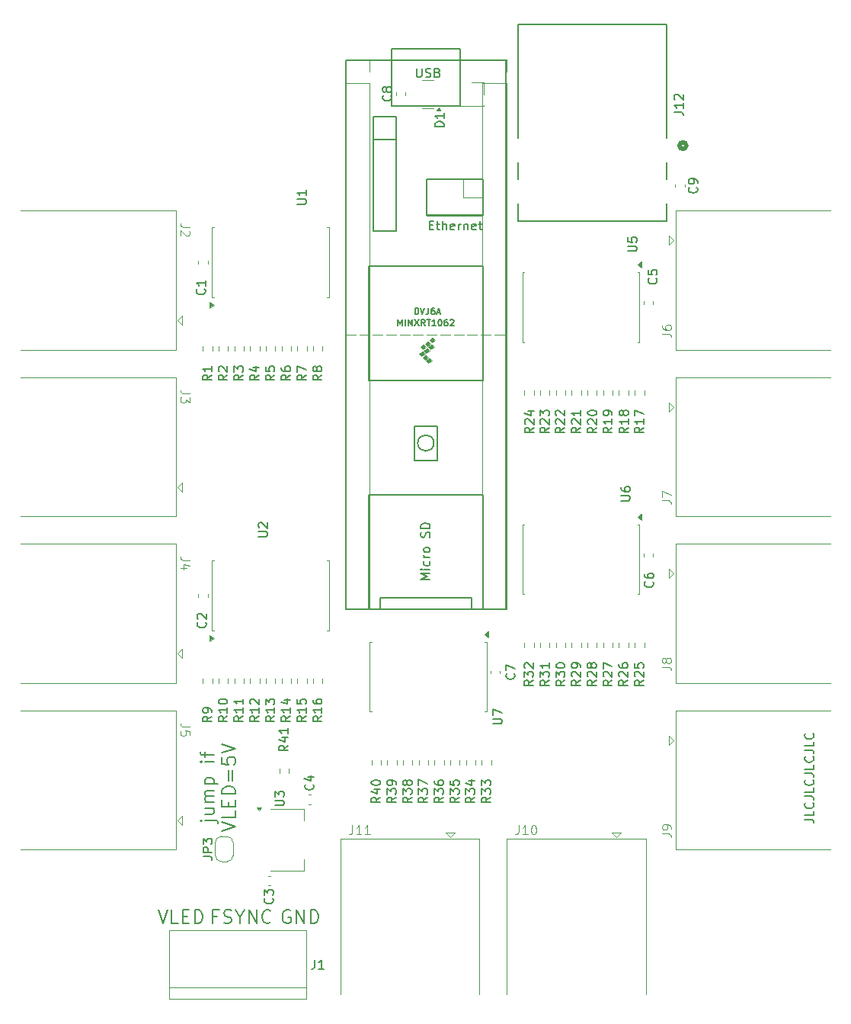
<source format=gbr>
%TF.GenerationSoftware,KiCad,Pcbnew,8.0.0*%
%TF.CreationDate,2024-03-24T17:19:01-07:00*%
%TF.ProjectId,Penta_OctoWS2811,50656e74-615f-44f6-9374-6f5753323831,rev?*%
%TF.SameCoordinates,Original*%
%TF.FileFunction,Legend,Top*%
%TF.FilePolarity,Positive*%
%FSLAX46Y46*%
G04 Gerber Fmt 4.6, Leading zero omitted, Abs format (unit mm)*
G04 Created by KiCad (PCBNEW 8.0.0) date 2024-03-24 17:19:01*
%MOMM*%
%LPD*%
G01*
G04 APERTURE LIST*
%ADD10C,0.200000*%
%ADD11C,0.150000*%
%ADD12C,0.100000*%
%ADD13C,0.120000*%
%ADD14C,0.152400*%
%ADD15C,0.508000*%
G04 APERTURE END LIST*
D10*
X124191112Y-120514286D02*
X125476826Y-120514286D01*
X125476826Y-120514286D02*
X125619684Y-120585714D01*
X125619684Y-120585714D02*
X125691112Y-120728571D01*
X125691112Y-120728571D02*
X125691112Y-120800000D01*
X123691112Y-120514286D02*
X123762541Y-120585714D01*
X123762541Y-120585714D02*
X123833969Y-120514286D01*
X123833969Y-120514286D02*
X123762541Y-120442857D01*
X123762541Y-120442857D02*
X123691112Y-120514286D01*
X123691112Y-120514286D02*
X123833969Y-120514286D01*
X124191112Y-119157143D02*
X125191112Y-119157143D01*
X124191112Y-119800000D02*
X124976826Y-119800000D01*
X124976826Y-119800000D02*
X125119684Y-119728571D01*
X125119684Y-119728571D02*
X125191112Y-119585714D01*
X125191112Y-119585714D02*
X125191112Y-119371428D01*
X125191112Y-119371428D02*
X125119684Y-119228571D01*
X125119684Y-119228571D02*
X125048255Y-119157143D01*
X125191112Y-118442857D02*
X124191112Y-118442857D01*
X124333969Y-118442857D02*
X124262541Y-118371428D01*
X124262541Y-118371428D02*
X124191112Y-118228571D01*
X124191112Y-118228571D02*
X124191112Y-118014285D01*
X124191112Y-118014285D02*
X124262541Y-117871428D01*
X124262541Y-117871428D02*
X124405398Y-117800000D01*
X124405398Y-117800000D02*
X125191112Y-117800000D01*
X124405398Y-117800000D02*
X124262541Y-117728571D01*
X124262541Y-117728571D02*
X124191112Y-117585714D01*
X124191112Y-117585714D02*
X124191112Y-117371428D01*
X124191112Y-117371428D02*
X124262541Y-117228571D01*
X124262541Y-117228571D02*
X124405398Y-117157142D01*
X124405398Y-117157142D02*
X125191112Y-117157142D01*
X124191112Y-116442857D02*
X125691112Y-116442857D01*
X124262541Y-116442857D02*
X124191112Y-116300000D01*
X124191112Y-116300000D02*
X124191112Y-116014285D01*
X124191112Y-116014285D02*
X124262541Y-115871428D01*
X124262541Y-115871428D02*
X124333969Y-115800000D01*
X124333969Y-115800000D02*
X124476826Y-115728571D01*
X124476826Y-115728571D02*
X124905398Y-115728571D01*
X124905398Y-115728571D02*
X125048255Y-115800000D01*
X125048255Y-115800000D02*
X125119684Y-115871428D01*
X125119684Y-115871428D02*
X125191112Y-116014285D01*
X125191112Y-116014285D02*
X125191112Y-116300000D01*
X125191112Y-116300000D02*
X125119684Y-116442857D01*
X125191112Y-113942857D02*
X124191112Y-113942857D01*
X123691112Y-113942857D02*
X123762541Y-114014285D01*
X123762541Y-114014285D02*
X123833969Y-113942857D01*
X123833969Y-113942857D02*
X123762541Y-113871428D01*
X123762541Y-113871428D02*
X123691112Y-113942857D01*
X123691112Y-113942857D02*
X123833969Y-113942857D01*
X124191112Y-113442856D02*
X124191112Y-112871428D01*
X125191112Y-113228571D02*
X123905398Y-113228571D01*
X123905398Y-113228571D02*
X123762541Y-113157142D01*
X123762541Y-113157142D02*
X123691112Y-113014285D01*
X123691112Y-113014285D02*
X123691112Y-112871428D01*
X126106028Y-121621427D02*
X127606028Y-121121427D01*
X127606028Y-121121427D02*
X126106028Y-120621427D01*
X127606028Y-119407142D02*
X127606028Y-120121428D01*
X127606028Y-120121428D02*
X126106028Y-120121428D01*
X126820314Y-118907142D02*
X126820314Y-118407142D01*
X127606028Y-118192856D02*
X127606028Y-118907142D01*
X127606028Y-118907142D02*
X126106028Y-118907142D01*
X126106028Y-118907142D02*
X126106028Y-118192856D01*
X127606028Y-117549999D02*
X126106028Y-117549999D01*
X126106028Y-117549999D02*
X126106028Y-117192856D01*
X126106028Y-117192856D02*
X126177457Y-116978570D01*
X126177457Y-116978570D02*
X126320314Y-116835713D01*
X126320314Y-116835713D02*
X126463171Y-116764284D01*
X126463171Y-116764284D02*
X126748885Y-116692856D01*
X126748885Y-116692856D02*
X126963171Y-116692856D01*
X126963171Y-116692856D02*
X127248885Y-116764284D01*
X127248885Y-116764284D02*
X127391742Y-116835713D01*
X127391742Y-116835713D02*
X127534600Y-116978570D01*
X127534600Y-116978570D02*
X127606028Y-117192856D01*
X127606028Y-117192856D02*
X127606028Y-117549999D01*
X126820314Y-116049999D02*
X126820314Y-114907142D01*
X127248885Y-114907142D02*
X127248885Y-116049999D01*
X126106028Y-113478570D02*
X126106028Y-114192856D01*
X126106028Y-114192856D02*
X126820314Y-114264284D01*
X126820314Y-114264284D02*
X126748885Y-114192856D01*
X126748885Y-114192856D02*
X126677457Y-114049999D01*
X126677457Y-114049999D02*
X126677457Y-113692856D01*
X126677457Y-113692856D02*
X126748885Y-113549999D01*
X126748885Y-113549999D02*
X126820314Y-113478570D01*
X126820314Y-113478570D02*
X126963171Y-113407141D01*
X126963171Y-113407141D02*
X127320314Y-113407141D01*
X127320314Y-113407141D02*
X127463171Y-113478570D01*
X127463171Y-113478570D02*
X127534600Y-113549999D01*
X127534600Y-113549999D02*
X127606028Y-113692856D01*
X127606028Y-113692856D02*
X127606028Y-114049999D01*
X127606028Y-114049999D02*
X127534600Y-114192856D01*
X127534600Y-114192856D02*
X127463171Y-114264284D01*
X126106028Y-112978570D02*
X127606028Y-112478570D01*
X127606028Y-112478570D02*
X126106028Y-111978570D01*
X125588720Y-131120314D02*
X125088720Y-131120314D01*
X125088720Y-131906028D02*
X125088720Y-130406028D01*
X125088720Y-130406028D02*
X125803006Y-130406028D01*
X126303006Y-131834600D02*
X126517292Y-131906028D01*
X126517292Y-131906028D02*
X126874434Y-131906028D01*
X126874434Y-131906028D02*
X127017292Y-131834600D01*
X127017292Y-131834600D02*
X127088720Y-131763171D01*
X127088720Y-131763171D02*
X127160149Y-131620314D01*
X127160149Y-131620314D02*
X127160149Y-131477457D01*
X127160149Y-131477457D02*
X127088720Y-131334600D01*
X127088720Y-131334600D02*
X127017292Y-131263171D01*
X127017292Y-131263171D02*
X126874434Y-131191742D01*
X126874434Y-131191742D02*
X126588720Y-131120314D01*
X126588720Y-131120314D02*
X126445863Y-131048885D01*
X126445863Y-131048885D02*
X126374434Y-130977457D01*
X126374434Y-130977457D02*
X126303006Y-130834600D01*
X126303006Y-130834600D02*
X126303006Y-130691742D01*
X126303006Y-130691742D02*
X126374434Y-130548885D01*
X126374434Y-130548885D02*
X126445863Y-130477457D01*
X126445863Y-130477457D02*
X126588720Y-130406028D01*
X126588720Y-130406028D02*
X126945863Y-130406028D01*
X126945863Y-130406028D02*
X127160149Y-130477457D01*
X128088720Y-131191742D02*
X128088720Y-131906028D01*
X127588720Y-130406028D02*
X128088720Y-131191742D01*
X128088720Y-131191742D02*
X128588720Y-130406028D01*
X129088719Y-131906028D02*
X129088719Y-130406028D01*
X129088719Y-130406028D02*
X129945862Y-131906028D01*
X129945862Y-131906028D02*
X129945862Y-130406028D01*
X131517291Y-131763171D02*
X131445863Y-131834600D01*
X131445863Y-131834600D02*
X131231577Y-131906028D01*
X131231577Y-131906028D02*
X131088720Y-131906028D01*
X131088720Y-131906028D02*
X130874434Y-131834600D01*
X130874434Y-131834600D02*
X130731577Y-131691742D01*
X130731577Y-131691742D02*
X130660148Y-131548885D01*
X130660148Y-131548885D02*
X130588720Y-131263171D01*
X130588720Y-131263171D02*
X130588720Y-131048885D01*
X130588720Y-131048885D02*
X130660148Y-130763171D01*
X130660148Y-130763171D02*
X130731577Y-130620314D01*
X130731577Y-130620314D02*
X130874434Y-130477457D01*
X130874434Y-130477457D02*
X131088720Y-130406028D01*
X131088720Y-130406028D02*
X131231577Y-130406028D01*
X131231577Y-130406028D02*
X131445863Y-130477457D01*
X131445863Y-130477457D02*
X131517291Y-130548885D01*
X119024435Y-130406028D02*
X119524435Y-131906028D01*
X119524435Y-131906028D02*
X120024435Y-130406028D01*
X121238720Y-131906028D02*
X120524434Y-131906028D01*
X120524434Y-131906028D02*
X120524434Y-130406028D01*
X121738720Y-131120314D02*
X122238720Y-131120314D01*
X122453006Y-131906028D02*
X121738720Y-131906028D01*
X121738720Y-131906028D02*
X121738720Y-130406028D01*
X121738720Y-130406028D02*
X122453006Y-130406028D01*
X123095863Y-131906028D02*
X123095863Y-130406028D01*
X123095863Y-130406028D02*
X123453006Y-130406028D01*
X123453006Y-130406028D02*
X123667292Y-130477457D01*
X123667292Y-130477457D02*
X123810149Y-130620314D01*
X123810149Y-130620314D02*
X123881578Y-130763171D01*
X123881578Y-130763171D02*
X123953006Y-131048885D01*
X123953006Y-131048885D02*
X123953006Y-131263171D01*
X123953006Y-131263171D02*
X123881578Y-131548885D01*
X123881578Y-131548885D02*
X123810149Y-131691742D01*
X123810149Y-131691742D02*
X123667292Y-131834600D01*
X123667292Y-131834600D02*
X123453006Y-131906028D01*
X123453006Y-131906028D02*
X123095863Y-131906028D01*
X133674435Y-130477457D02*
X133531578Y-130406028D01*
X133531578Y-130406028D02*
X133317292Y-130406028D01*
X133317292Y-130406028D02*
X133103006Y-130477457D01*
X133103006Y-130477457D02*
X132960149Y-130620314D01*
X132960149Y-130620314D02*
X132888720Y-130763171D01*
X132888720Y-130763171D02*
X132817292Y-131048885D01*
X132817292Y-131048885D02*
X132817292Y-131263171D01*
X132817292Y-131263171D02*
X132888720Y-131548885D01*
X132888720Y-131548885D02*
X132960149Y-131691742D01*
X132960149Y-131691742D02*
X133103006Y-131834600D01*
X133103006Y-131834600D02*
X133317292Y-131906028D01*
X133317292Y-131906028D02*
X133460149Y-131906028D01*
X133460149Y-131906028D02*
X133674435Y-131834600D01*
X133674435Y-131834600D02*
X133745863Y-131763171D01*
X133745863Y-131763171D02*
X133745863Y-131263171D01*
X133745863Y-131263171D02*
X133460149Y-131263171D01*
X134388720Y-131906028D02*
X134388720Y-130406028D01*
X134388720Y-130406028D02*
X135245863Y-131906028D01*
X135245863Y-131906028D02*
X135245863Y-130406028D01*
X135960149Y-131906028D02*
X135960149Y-130406028D01*
X135960149Y-130406028D02*
X136317292Y-130406028D01*
X136317292Y-130406028D02*
X136531578Y-130477457D01*
X136531578Y-130477457D02*
X136674435Y-130620314D01*
X136674435Y-130620314D02*
X136745864Y-130763171D01*
X136745864Y-130763171D02*
X136817292Y-131048885D01*
X136817292Y-131048885D02*
X136817292Y-131263171D01*
X136817292Y-131263171D02*
X136745864Y-131548885D01*
X136745864Y-131548885D02*
X136674435Y-131691742D01*
X136674435Y-131691742D02*
X136531578Y-131834600D01*
X136531578Y-131834600D02*
X136317292Y-131906028D01*
X136317292Y-131906028D02*
X135960149Y-131906028D01*
D11*
X150754819Y-43438094D02*
X149754819Y-43438094D01*
X149754819Y-43438094D02*
X149754819Y-43199999D01*
X149754819Y-43199999D02*
X149802438Y-43057142D01*
X149802438Y-43057142D02*
X149897676Y-42961904D01*
X149897676Y-42961904D02*
X149992914Y-42914285D01*
X149992914Y-42914285D02*
X150183390Y-42866666D01*
X150183390Y-42866666D02*
X150326247Y-42866666D01*
X150326247Y-42866666D02*
X150516723Y-42914285D01*
X150516723Y-42914285D02*
X150611961Y-42961904D01*
X150611961Y-42961904D02*
X150707200Y-43057142D01*
X150707200Y-43057142D02*
X150754819Y-43199999D01*
X150754819Y-43199999D02*
X150754819Y-43438094D01*
X150754819Y-41914285D02*
X150754819Y-42485713D01*
X150754819Y-42199999D02*
X149754819Y-42199999D01*
X149754819Y-42199999D02*
X149897676Y-42295237D01*
X149897676Y-42295237D02*
X149992914Y-42390475D01*
X149992914Y-42390475D02*
X150040533Y-42485713D01*
X136209580Y-116466666D02*
X136257200Y-116514285D01*
X136257200Y-116514285D02*
X136304819Y-116657142D01*
X136304819Y-116657142D02*
X136304819Y-116752380D01*
X136304819Y-116752380D02*
X136257200Y-116895237D01*
X136257200Y-116895237D02*
X136161961Y-116990475D01*
X136161961Y-116990475D02*
X136066723Y-117038094D01*
X136066723Y-117038094D02*
X135876247Y-117085713D01*
X135876247Y-117085713D02*
X135733390Y-117085713D01*
X135733390Y-117085713D02*
X135542914Y-117038094D01*
X135542914Y-117038094D02*
X135447676Y-116990475D01*
X135447676Y-116990475D02*
X135352438Y-116895237D01*
X135352438Y-116895237D02*
X135304819Y-116752380D01*
X135304819Y-116752380D02*
X135304819Y-116657142D01*
X135304819Y-116657142D02*
X135352438Y-116514285D01*
X135352438Y-116514285D02*
X135400057Y-116466666D01*
X135638152Y-115609523D02*
X136304819Y-115609523D01*
X135257200Y-115847618D02*
X135971485Y-116085713D01*
X135971485Y-116085713D02*
X135971485Y-115466666D01*
X160754819Y-76842857D02*
X160278628Y-77176190D01*
X160754819Y-77414285D02*
X159754819Y-77414285D01*
X159754819Y-77414285D02*
X159754819Y-77033333D01*
X159754819Y-77033333D02*
X159802438Y-76938095D01*
X159802438Y-76938095D02*
X159850057Y-76890476D01*
X159850057Y-76890476D02*
X159945295Y-76842857D01*
X159945295Y-76842857D02*
X160088152Y-76842857D01*
X160088152Y-76842857D02*
X160183390Y-76890476D01*
X160183390Y-76890476D02*
X160231009Y-76938095D01*
X160231009Y-76938095D02*
X160278628Y-77033333D01*
X160278628Y-77033333D02*
X160278628Y-77414285D01*
X159850057Y-76461904D02*
X159802438Y-76414285D01*
X159802438Y-76414285D02*
X159754819Y-76319047D01*
X159754819Y-76319047D02*
X159754819Y-76080952D01*
X159754819Y-76080952D02*
X159802438Y-75985714D01*
X159802438Y-75985714D02*
X159850057Y-75938095D01*
X159850057Y-75938095D02*
X159945295Y-75890476D01*
X159945295Y-75890476D02*
X160040533Y-75890476D01*
X160040533Y-75890476D02*
X160183390Y-75938095D01*
X160183390Y-75938095D02*
X160754819Y-76509523D01*
X160754819Y-76509523D02*
X160754819Y-75890476D01*
X160088152Y-75033333D02*
X160754819Y-75033333D01*
X159707200Y-75271428D02*
X160421485Y-75509523D01*
X160421485Y-75509523D02*
X160421485Y-74890476D01*
X190869819Y-120377506D02*
X191584104Y-120377506D01*
X191584104Y-120377506D02*
X191726961Y-120425125D01*
X191726961Y-120425125D02*
X191822200Y-120520363D01*
X191822200Y-120520363D02*
X191869819Y-120663220D01*
X191869819Y-120663220D02*
X191869819Y-120758458D01*
X191869819Y-119425125D02*
X191869819Y-119901315D01*
X191869819Y-119901315D02*
X190869819Y-119901315D01*
X191774580Y-118520363D02*
X191822200Y-118567982D01*
X191822200Y-118567982D02*
X191869819Y-118710839D01*
X191869819Y-118710839D02*
X191869819Y-118806077D01*
X191869819Y-118806077D02*
X191822200Y-118948934D01*
X191822200Y-118948934D02*
X191726961Y-119044172D01*
X191726961Y-119044172D02*
X191631723Y-119091791D01*
X191631723Y-119091791D02*
X191441247Y-119139410D01*
X191441247Y-119139410D02*
X191298390Y-119139410D01*
X191298390Y-119139410D02*
X191107914Y-119091791D01*
X191107914Y-119091791D02*
X191012676Y-119044172D01*
X191012676Y-119044172D02*
X190917438Y-118948934D01*
X190917438Y-118948934D02*
X190869819Y-118806077D01*
X190869819Y-118806077D02*
X190869819Y-118710839D01*
X190869819Y-118710839D02*
X190917438Y-118567982D01*
X190917438Y-118567982D02*
X190965057Y-118520363D01*
X190869819Y-117806077D02*
X191584104Y-117806077D01*
X191584104Y-117806077D02*
X191726961Y-117853696D01*
X191726961Y-117853696D02*
X191822200Y-117948934D01*
X191822200Y-117948934D02*
X191869819Y-118091791D01*
X191869819Y-118091791D02*
X191869819Y-118187029D01*
X191869819Y-116853696D02*
X191869819Y-117329886D01*
X191869819Y-117329886D02*
X190869819Y-117329886D01*
X191774580Y-115948934D02*
X191822200Y-115996553D01*
X191822200Y-115996553D02*
X191869819Y-116139410D01*
X191869819Y-116139410D02*
X191869819Y-116234648D01*
X191869819Y-116234648D02*
X191822200Y-116377505D01*
X191822200Y-116377505D02*
X191726961Y-116472743D01*
X191726961Y-116472743D02*
X191631723Y-116520362D01*
X191631723Y-116520362D02*
X191441247Y-116567981D01*
X191441247Y-116567981D02*
X191298390Y-116567981D01*
X191298390Y-116567981D02*
X191107914Y-116520362D01*
X191107914Y-116520362D02*
X191012676Y-116472743D01*
X191012676Y-116472743D02*
X190917438Y-116377505D01*
X190917438Y-116377505D02*
X190869819Y-116234648D01*
X190869819Y-116234648D02*
X190869819Y-116139410D01*
X190869819Y-116139410D02*
X190917438Y-115996553D01*
X190917438Y-115996553D02*
X190965057Y-115948934D01*
X190869819Y-115234648D02*
X191584104Y-115234648D01*
X191584104Y-115234648D02*
X191726961Y-115282267D01*
X191726961Y-115282267D02*
X191822200Y-115377505D01*
X191822200Y-115377505D02*
X191869819Y-115520362D01*
X191869819Y-115520362D02*
X191869819Y-115615600D01*
X191869819Y-114282267D02*
X191869819Y-114758457D01*
X191869819Y-114758457D02*
X190869819Y-114758457D01*
X191774580Y-113377505D02*
X191822200Y-113425124D01*
X191822200Y-113425124D02*
X191869819Y-113567981D01*
X191869819Y-113567981D02*
X191869819Y-113663219D01*
X191869819Y-113663219D02*
X191822200Y-113806076D01*
X191822200Y-113806076D02*
X191726961Y-113901314D01*
X191726961Y-113901314D02*
X191631723Y-113948933D01*
X191631723Y-113948933D02*
X191441247Y-113996552D01*
X191441247Y-113996552D02*
X191298390Y-113996552D01*
X191298390Y-113996552D02*
X191107914Y-113948933D01*
X191107914Y-113948933D02*
X191012676Y-113901314D01*
X191012676Y-113901314D02*
X190917438Y-113806076D01*
X190917438Y-113806076D02*
X190869819Y-113663219D01*
X190869819Y-113663219D02*
X190869819Y-113567981D01*
X190869819Y-113567981D02*
X190917438Y-113425124D01*
X190917438Y-113425124D02*
X190965057Y-113377505D01*
X190869819Y-112663219D02*
X191584104Y-112663219D01*
X191584104Y-112663219D02*
X191726961Y-112710838D01*
X191726961Y-112710838D02*
X191822200Y-112806076D01*
X191822200Y-112806076D02*
X191869819Y-112948933D01*
X191869819Y-112948933D02*
X191869819Y-113044171D01*
X191869819Y-111710838D02*
X191869819Y-112187028D01*
X191869819Y-112187028D02*
X190869819Y-112187028D01*
X191774580Y-110806076D02*
X191822200Y-110853695D01*
X191822200Y-110853695D02*
X191869819Y-110996552D01*
X191869819Y-110996552D02*
X191869819Y-111091790D01*
X191869819Y-111091790D02*
X191822200Y-111234647D01*
X191822200Y-111234647D02*
X191726961Y-111329885D01*
X191726961Y-111329885D02*
X191631723Y-111377504D01*
X191631723Y-111377504D02*
X191441247Y-111425123D01*
X191441247Y-111425123D02*
X191298390Y-111425123D01*
X191298390Y-111425123D02*
X191107914Y-111377504D01*
X191107914Y-111377504D02*
X191012676Y-111329885D01*
X191012676Y-111329885D02*
X190917438Y-111234647D01*
X190917438Y-111234647D02*
X190869819Y-111091790D01*
X190869819Y-111091790D02*
X190869819Y-110996552D01*
X190869819Y-110996552D02*
X190917438Y-110853695D01*
X190917438Y-110853695D02*
X190965057Y-110806076D01*
X124159580Y-61466666D02*
X124207200Y-61514285D01*
X124207200Y-61514285D02*
X124254819Y-61657142D01*
X124254819Y-61657142D02*
X124254819Y-61752380D01*
X124254819Y-61752380D02*
X124207200Y-61895237D01*
X124207200Y-61895237D02*
X124111961Y-61990475D01*
X124111961Y-61990475D02*
X124016723Y-62038094D01*
X124016723Y-62038094D02*
X123826247Y-62085713D01*
X123826247Y-62085713D02*
X123683390Y-62085713D01*
X123683390Y-62085713D02*
X123492914Y-62038094D01*
X123492914Y-62038094D02*
X123397676Y-61990475D01*
X123397676Y-61990475D02*
X123302438Y-61895237D01*
X123302438Y-61895237D02*
X123254819Y-61752380D01*
X123254819Y-61752380D02*
X123254819Y-61657142D01*
X123254819Y-61657142D02*
X123302438Y-61514285D01*
X123302438Y-61514285D02*
X123350057Y-61466666D01*
X124254819Y-60514285D02*
X124254819Y-61085713D01*
X124254819Y-60799999D02*
X123254819Y-60799999D01*
X123254819Y-60799999D02*
X123397676Y-60895237D01*
X123397676Y-60895237D02*
X123492914Y-60990475D01*
X123492914Y-60990475D02*
X123540533Y-61085713D01*
X164204819Y-104892857D02*
X163728628Y-105226190D01*
X164204819Y-105464285D02*
X163204819Y-105464285D01*
X163204819Y-105464285D02*
X163204819Y-105083333D01*
X163204819Y-105083333D02*
X163252438Y-104988095D01*
X163252438Y-104988095D02*
X163300057Y-104940476D01*
X163300057Y-104940476D02*
X163395295Y-104892857D01*
X163395295Y-104892857D02*
X163538152Y-104892857D01*
X163538152Y-104892857D02*
X163633390Y-104940476D01*
X163633390Y-104940476D02*
X163681009Y-104988095D01*
X163681009Y-104988095D02*
X163728628Y-105083333D01*
X163728628Y-105083333D02*
X163728628Y-105464285D01*
X163204819Y-104559523D02*
X163204819Y-103940476D01*
X163204819Y-103940476D02*
X163585771Y-104273809D01*
X163585771Y-104273809D02*
X163585771Y-104130952D01*
X163585771Y-104130952D02*
X163633390Y-104035714D01*
X163633390Y-104035714D02*
X163681009Y-103988095D01*
X163681009Y-103988095D02*
X163776247Y-103940476D01*
X163776247Y-103940476D02*
X164014342Y-103940476D01*
X164014342Y-103940476D02*
X164109580Y-103988095D01*
X164109580Y-103988095D02*
X164157200Y-104035714D01*
X164157200Y-104035714D02*
X164204819Y-104130952D01*
X164204819Y-104130952D02*
X164204819Y-104416666D01*
X164204819Y-104416666D02*
X164157200Y-104511904D01*
X164157200Y-104511904D02*
X164109580Y-104559523D01*
X163204819Y-103321428D02*
X163204819Y-103226190D01*
X163204819Y-103226190D02*
X163252438Y-103130952D01*
X163252438Y-103130952D02*
X163300057Y-103083333D01*
X163300057Y-103083333D02*
X163395295Y-103035714D01*
X163395295Y-103035714D02*
X163585771Y-102988095D01*
X163585771Y-102988095D02*
X163823866Y-102988095D01*
X163823866Y-102988095D02*
X164014342Y-103035714D01*
X164014342Y-103035714D02*
X164109580Y-103083333D01*
X164109580Y-103083333D02*
X164157200Y-103130952D01*
X164157200Y-103130952D02*
X164204819Y-103226190D01*
X164204819Y-103226190D02*
X164204819Y-103321428D01*
X164204819Y-103321428D02*
X164157200Y-103416666D01*
X164157200Y-103416666D02*
X164109580Y-103464285D01*
X164109580Y-103464285D02*
X164014342Y-103511904D01*
X164014342Y-103511904D02*
X163823866Y-103559523D01*
X163823866Y-103559523D02*
X163585771Y-103559523D01*
X163585771Y-103559523D02*
X163395295Y-103511904D01*
X163395295Y-103511904D02*
X163300057Y-103464285D01*
X163300057Y-103464285D02*
X163252438Y-103416666D01*
X163252438Y-103416666D02*
X163204819Y-103321428D01*
D12*
X175007419Y-84933333D02*
X175721704Y-84933333D01*
X175721704Y-84933333D02*
X175864561Y-84980952D01*
X175864561Y-84980952D02*
X175959800Y-85076190D01*
X175959800Y-85076190D02*
X176007419Y-85219047D01*
X176007419Y-85219047D02*
X176007419Y-85314285D01*
X175007419Y-84552380D02*
X175007419Y-83885714D01*
X175007419Y-83885714D02*
X176007419Y-84314285D01*
D11*
X124259580Y-98466666D02*
X124307200Y-98514285D01*
X124307200Y-98514285D02*
X124354819Y-98657142D01*
X124354819Y-98657142D02*
X124354819Y-98752380D01*
X124354819Y-98752380D02*
X124307200Y-98895237D01*
X124307200Y-98895237D02*
X124211961Y-98990475D01*
X124211961Y-98990475D02*
X124116723Y-99038094D01*
X124116723Y-99038094D02*
X123926247Y-99085713D01*
X123926247Y-99085713D02*
X123783390Y-99085713D01*
X123783390Y-99085713D02*
X123592914Y-99038094D01*
X123592914Y-99038094D02*
X123497676Y-98990475D01*
X123497676Y-98990475D02*
X123402438Y-98895237D01*
X123402438Y-98895237D02*
X123354819Y-98752380D01*
X123354819Y-98752380D02*
X123354819Y-98657142D01*
X123354819Y-98657142D02*
X123402438Y-98514285D01*
X123402438Y-98514285D02*
X123450057Y-98466666D01*
X123450057Y-98085713D02*
X123402438Y-98038094D01*
X123402438Y-98038094D02*
X123354819Y-97942856D01*
X123354819Y-97942856D02*
X123354819Y-97704761D01*
X123354819Y-97704761D02*
X123402438Y-97609523D01*
X123402438Y-97609523D02*
X123450057Y-97561904D01*
X123450057Y-97561904D02*
X123545295Y-97514285D01*
X123545295Y-97514285D02*
X123640533Y-97514285D01*
X123640533Y-97514285D02*
X123783390Y-97561904D01*
X123783390Y-97561904D02*
X124354819Y-98133332D01*
X124354819Y-98133332D02*
X124354819Y-97514285D01*
X143704819Y-117892857D02*
X143228628Y-118226190D01*
X143704819Y-118464285D02*
X142704819Y-118464285D01*
X142704819Y-118464285D02*
X142704819Y-118083333D01*
X142704819Y-118083333D02*
X142752438Y-117988095D01*
X142752438Y-117988095D02*
X142800057Y-117940476D01*
X142800057Y-117940476D02*
X142895295Y-117892857D01*
X142895295Y-117892857D02*
X143038152Y-117892857D01*
X143038152Y-117892857D02*
X143133390Y-117940476D01*
X143133390Y-117940476D02*
X143181009Y-117988095D01*
X143181009Y-117988095D02*
X143228628Y-118083333D01*
X143228628Y-118083333D02*
X143228628Y-118464285D01*
X143038152Y-117035714D02*
X143704819Y-117035714D01*
X142657200Y-117273809D02*
X143371485Y-117511904D01*
X143371485Y-117511904D02*
X143371485Y-116892857D01*
X142704819Y-116321428D02*
X142704819Y-116226190D01*
X142704819Y-116226190D02*
X142752438Y-116130952D01*
X142752438Y-116130952D02*
X142800057Y-116083333D01*
X142800057Y-116083333D02*
X142895295Y-116035714D01*
X142895295Y-116035714D02*
X143085771Y-115988095D01*
X143085771Y-115988095D02*
X143323866Y-115988095D01*
X143323866Y-115988095D02*
X143514342Y-116035714D01*
X143514342Y-116035714D02*
X143609580Y-116083333D01*
X143609580Y-116083333D02*
X143657200Y-116130952D01*
X143657200Y-116130952D02*
X143704819Y-116226190D01*
X143704819Y-116226190D02*
X143704819Y-116321428D01*
X143704819Y-116321428D02*
X143657200Y-116416666D01*
X143657200Y-116416666D02*
X143609580Y-116464285D01*
X143609580Y-116464285D02*
X143514342Y-116511904D01*
X143514342Y-116511904D02*
X143323866Y-116559523D01*
X143323866Y-116559523D02*
X143085771Y-116559523D01*
X143085771Y-116559523D02*
X142895295Y-116511904D01*
X142895295Y-116511904D02*
X142800057Y-116464285D01*
X142800057Y-116464285D02*
X142752438Y-116416666D01*
X142752438Y-116416666D02*
X142704819Y-116321428D01*
X128454819Y-71004166D02*
X127978628Y-71337499D01*
X128454819Y-71575594D02*
X127454819Y-71575594D01*
X127454819Y-71575594D02*
X127454819Y-71194642D01*
X127454819Y-71194642D02*
X127502438Y-71099404D01*
X127502438Y-71099404D02*
X127550057Y-71051785D01*
X127550057Y-71051785D02*
X127645295Y-71004166D01*
X127645295Y-71004166D02*
X127788152Y-71004166D01*
X127788152Y-71004166D02*
X127883390Y-71051785D01*
X127883390Y-71051785D02*
X127931009Y-71099404D01*
X127931009Y-71099404D02*
X127978628Y-71194642D01*
X127978628Y-71194642D02*
X127978628Y-71575594D01*
X127454819Y-70670832D02*
X127454819Y-70051785D01*
X127454819Y-70051785D02*
X127835771Y-70385118D01*
X127835771Y-70385118D02*
X127835771Y-70242261D01*
X127835771Y-70242261D02*
X127883390Y-70147023D01*
X127883390Y-70147023D02*
X127931009Y-70099404D01*
X127931009Y-70099404D02*
X128026247Y-70051785D01*
X128026247Y-70051785D02*
X128264342Y-70051785D01*
X128264342Y-70051785D02*
X128359580Y-70099404D01*
X128359580Y-70099404D02*
X128407200Y-70147023D01*
X128407200Y-70147023D02*
X128454819Y-70242261D01*
X128454819Y-70242261D02*
X128454819Y-70527975D01*
X128454819Y-70527975D02*
X128407200Y-70623213D01*
X128407200Y-70623213D02*
X128359580Y-70670832D01*
X174359580Y-60266666D02*
X174407200Y-60314285D01*
X174407200Y-60314285D02*
X174454819Y-60457142D01*
X174454819Y-60457142D02*
X174454819Y-60552380D01*
X174454819Y-60552380D02*
X174407200Y-60695237D01*
X174407200Y-60695237D02*
X174311961Y-60790475D01*
X174311961Y-60790475D02*
X174216723Y-60838094D01*
X174216723Y-60838094D02*
X174026247Y-60885713D01*
X174026247Y-60885713D02*
X173883390Y-60885713D01*
X173883390Y-60885713D02*
X173692914Y-60838094D01*
X173692914Y-60838094D02*
X173597676Y-60790475D01*
X173597676Y-60790475D02*
X173502438Y-60695237D01*
X173502438Y-60695237D02*
X173454819Y-60552380D01*
X173454819Y-60552380D02*
X173454819Y-60457142D01*
X173454819Y-60457142D02*
X173502438Y-60314285D01*
X173502438Y-60314285D02*
X173550057Y-60266666D01*
X173454819Y-59361904D02*
X173454819Y-59838094D01*
X173454819Y-59838094D02*
X173931009Y-59885713D01*
X173931009Y-59885713D02*
X173883390Y-59838094D01*
X173883390Y-59838094D02*
X173835771Y-59742856D01*
X173835771Y-59742856D02*
X173835771Y-59504761D01*
X173835771Y-59504761D02*
X173883390Y-59409523D01*
X173883390Y-59409523D02*
X173931009Y-59361904D01*
X173931009Y-59361904D02*
X174026247Y-59314285D01*
X174026247Y-59314285D02*
X174264342Y-59314285D01*
X174264342Y-59314285D02*
X174359580Y-59361904D01*
X174359580Y-59361904D02*
X174407200Y-59409523D01*
X174407200Y-59409523D02*
X174454819Y-59504761D01*
X174454819Y-59504761D02*
X174454819Y-59742856D01*
X174454819Y-59742856D02*
X174407200Y-59838094D01*
X174407200Y-59838094D02*
X174359580Y-59885713D01*
X144859580Y-39966666D02*
X144907200Y-40014285D01*
X144907200Y-40014285D02*
X144954819Y-40157142D01*
X144954819Y-40157142D02*
X144954819Y-40252380D01*
X144954819Y-40252380D02*
X144907200Y-40395237D01*
X144907200Y-40395237D02*
X144811961Y-40490475D01*
X144811961Y-40490475D02*
X144716723Y-40538094D01*
X144716723Y-40538094D02*
X144526247Y-40585713D01*
X144526247Y-40585713D02*
X144383390Y-40585713D01*
X144383390Y-40585713D02*
X144192914Y-40538094D01*
X144192914Y-40538094D02*
X144097676Y-40490475D01*
X144097676Y-40490475D02*
X144002438Y-40395237D01*
X144002438Y-40395237D02*
X143954819Y-40252380D01*
X143954819Y-40252380D02*
X143954819Y-40157142D01*
X143954819Y-40157142D02*
X144002438Y-40014285D01*
X144002438Y-40014285D02*
X144050057Y-39966666D01*
X144383390Y-39395237D02*
X144335771Y-39490475D01*
X144335771Y-39490475D02*
X144288152Y-39538094D01*
X144288152Y-39538094D02*
X144192914Y-39585713D01*
X144192914Y-39585713D02*
X144145295Y-39585713D01*
X144145295Y-39585713D02*
X144050057Y-39538094D01*
X144050057Y-39538094D02*
X144002438Y-39490475D01*
X144002438Y-39490475D02*
X143954819Y-39395237D01*
X143954819Y-39395237D02*
X143954819Y-39204761D01*
X143954819Y-39204761D02*
X144002438Y-39109523D01*
X144002438Y-39109523D02*
X144050057Y-39061904D01*
X144050057Y-39061904D02*
X144145295Y-39014285D01*
X144145295Y-39014285D02*
X144192914Y-39014285D01*
X144192914Y-39014285D02*
X144288152Y-39061904D01*
X144288152Y-39061904D02*
X144335771Y-39109523D01*
X144335771Y-39109523D02*
X144383390Y-39204761D01*
X144383390Y-39204761D02*
X144383390Y-39395237D01*
X144383390Y-39395237D02*
X144431009Y-39490475D01*
X144431009Y-39490475D02*
X144478628Y-39538094D01*
X144478628Y-39538094D02*
X144573866Y-39585713D01*
X144573866Y-39585713D02*
X144764342Y-39585713D01*
X144764342Y-39585713D02*
X144859580Y-39538094D01*
X144859580Y-39538094D02*
X144907200Y-39490475D01*
X144907200Y-39490475D02*
X144954819Y-39395237D01*
X144954819Y-39395237D02*
X144954819Y-39204761D01*
X144954819Y-39204761D02*
X144907200Y-39109523D01*
X144907200Y-39109523D02*
X144859580Y-39061904D01*
X144859580Y-39061904D02*
X144764342Y-39014285D01*
X144764342Y-39014285D02*
X144573866Y-39014285D01*
X144573866Y-39014285D02*
X144478628Y-39061904D01*
X144478628Y-39061904D02*
X144431009Y-39109523D01*
X144431009Y-39109523D02*
X144383390Y-39204761D01*
X155954819Y-117892857D02*
X155478628Y-118226190D01*
X155954819Y-118464285D02*
X154954819Y-118464285D01*
X154954819Y-118464285D02*
X154954819Y-118083333D01*
X154954819Y-118083333D02*
X155002438Y-117988095D01*
X155002438Y-117988095D02*
X155050057Y-117940476D01*
X155050057Y-117940476D02*
X155145295Y-117892857D01*
X155145295Y-117892857D02*
X155288152Y-117892857D01*
X155288152Y-117892857D02*
X155383390Y-117940476D01*
X155383390Y-117940476D02*
X155431009Y-117988095D01*
X155431009Y-117988095D02*
X155478628Y-118083333D01*
X155478628Y-118083333D02*
X155478628Y-118464285D01*
X154954819Y-117559523D02*
X154954819Y-116940476D01*
X154954819Y-116940476D02*
X155335771Y-117273809D01*
X155335771Y-117273809D02*
X155335771Y-117130952D01*
X155335771Y-117130952D02*
X155383390Y-117035714D01*
X155383390Y-117035714D02*
X155431009Y-116988095D01*
X155431009Y-116988095D02*
X155526247Y-116940476D01*
X155526247Y-116940476D02*
X155764342Y-116940476D01*
X155764342Y-116940476D02*
X155859580Y-116988095D01*
X155859580Y-116988095D02*
X155907200Y-117035714D01*
X155907200Y-117035714D02*
X155954819Y-117130952D01*
X155954819Y-117130952D02*
X155954819Y-117416666D01*
X155954819Y-117416666D02*
X155907200Y-117511904D01*
X155907200Y-117511904D02*
X155859580Y-117559523D01*
X154954819Y-116607142D02*
X154954819Y-115988095D01*
X154954819Y-115988095D02*
X155335771Y-116321428D01*
X155335771Y-116321428D02*
X155335771Y-116178571D01*
X155335771Y-116178571D02*
X155383390Y-116083333D01*
X155383390Y-116083333D02*
X155431009Y-116035714D01*
X155431009Y-116035714D02*
X155526247Y-115988095D01*
X155526247Y-115988095D02*
X155764342Y-115988095D01*
X155764342Y-115988095D02*
X155859580Y-116035714D01*
X155859580Y-116035714D02*
X155907200Y-116083333D01*
X155907200Y-116083333D02*
X155954819Y-116178571D01*
X155954819Y-116178571D02*
X155954819Y-116464285D01*
X155954819Y-116464285D02*
X155907200Y-116559523D01*
X155907200Y-116559523D02*
X155859580Y-116607142D01*
X148954819Y-117892857D02*
X148478628Y-118226190D01*
X148954819Y-118464285D02*
X147954819Y-118464285D01*
X147954819Y-118464285D02*
X147954819Y-118083333D01*
X147954819Y-118083333D02*
X148002438Y-117988095D01*
X148002438Y-117988095D02*
X148050057Y-117940476D01*
X148050057Y-117940476D02*
X148145295Y-117892857D01*
X148145295Y-117892857D02*
X148288152Y-117892857D01*
X148288152Y-117892857D02*
X148383390Y-117940476D01*
X148383390Y-117940476D02*
X148431009Y-117988095D01*
X148431009Y-117988095D02*
X148478628Y-118083333D01*
X148478628Y-118083333D02*
X148478628Y-118464285D01*
X147954819Y-117559523D02*
X147954819Y-116940476D01*
X147954819Y-116940476D02*
X148335771Y-117273809D01*
X148335771Y-117273809D02*
X148335771Y-117130952D01*
X148335771Y-117130952D02*
X148383390Y-117035714D01*
X148383390Y-117035714D02*
X148431009Y-116988095D01*
X148431009Y-116988095D02*
X148526247Y-116940476D01*
X148526247Y-116940476D02*
X148764342Y-116940476D01*
X148764342Y-116940476D02*
X148859580Y-116988095D01*
X148859580Y-116988095D02*
X148907200Y-117035714D01*
X148907200Y-117035714D02*
X148954819Y-117130952D01*
X148954819Y-117130952D02*
X148954819Y-117416666D01*
X148954819Y-117416666D02*
X148907200Y-117511904D01*
X148907200Y-117511904D02*
X148859580Y-117559523D01*
X147954819Y-116607142D02*
X147954819Y-115940476D01*
X147954819Y-115940476D02*
X148954819Y-116369047D01*
D12*
X122492580Y-73066666D02*
X121778295Y-73066666D01*
X121778295Y-73066666D02*
X121635438Y-73019047D01*
X121635438Y-73019047D02*
X121540200Y-72923809D01*
X121540200Y-72923809D02*
X121492580Y-72780952D01*
X121492580Y-72780952D02*
X121492580Y-72685714D01*
X122492580Y-73447619D02*
X122492580Y-74066666D01*
X122492580Y-74066666D02*
X122111628Y-73733333D01*
X122111628Y-73733333D02*
X122111628Y-73876190D01*
X122111628Y-73876190D02*
X122064009Y-73971428D01*
X122064009Y-73971428D02*
X122016390Y-74019047D01*
X122016390Y-74019047D02*
X121921152Y-74066666D01*
X121921152Y-74066666D02*
X121683057Y-74066666D01*
X121683057Y-74066666D02*
X121587819Y-74019047D01*
X121587819Y-74019047D02*
X121540200Y-73971428D01*
X121540200Y-73971428D02*
X121492580Y-73876190D01*
X121492580Y-73876190D02*
X121492580Y-73590476D01*
X121492580Y-73590476D02*
X121540200Y-73495238D01*
X121540200Y-73495238D02*
X121587819Y-73447619D01*
D11*
X164154819Y-76842857D02*
X163678628Y-77176190D01*
X164154819Y-77414285D02*
X163154819Y-77414285D01*
X163154819Y-77414285D02*
X163154819Y-77033333D01*
X163154819Y-77033333D02*
X163202438Y-76938095D01*
X163202438Y-76938095D02*
X163250057Y-76890476D01*
X163250057Y-76890476D02*
X163345295Y-76842857D01*
X163345295Y-76842857D02*
X163488152Y-76842857D01*
X163488152Y-76842857D02*
X163583390Y-76890476D01*
X163583390Y-76890476D02*
X163631009Y-76938095D01*
X163631009Y-76938095D02*
X163678628Y-77033333D01*
X163678628Y-77033333D02*
X163678628Y-77414285D01*
X163250057Y-76461904D02*
X163202438Y-76414285D01*
X163202438Y-76414285D02*
X163154819Y-76319047D01*
X163154819Y-76319047D02*
X163154819Y-76080952D01*
X163154819Y-76080952D02*
X163202438Y-75985714D01*
X163202438Y-75985714D02*
X163250057Y-75938095D01*
X163250057Y-75938095D02*
X163345295Y-75890476D01*
X163345295Y-75890476D02*
X163440533Y-75890476D01*
X163440533Y-75890476D02*
X163583390Y-75938095D01*
X163583390Y-75938095D02*
X164154819Y-76509523D01*
X164154819Y-76509523D02*
X164154819Y-75890476D01*
X163250057Y-75509523D02*
X163202438Y-75461904D01*
X163202438Y-75461904D02*
X163154819Y-75366666D01*
X163154819Y-75366666D02*
X163154819Y-75128571D01*
X163154819Y-75128571D02*
X163202438Y-75033333D01*
X163202438Y-75033333D02*
X163250057Y-74985714D01*
X163250057Y-74985714D02*
X163345295Y-74938095D01*
X163345295Y-74938095D02*
X163440533Y-74938095D01*
X163440533Y-74938095D02*
X163583390Y-74985714D01*
X163583390Y-74985714D02*
X164154819Y-75557142D01*
X164154819Y-75557142D02*
X164154819Y-74938095D01*
D12*
X175007419Y-66433333D02*
X175721704Y-66433333D01*
X175721704Y-66433333D02*
X175864561Y-66480952D01*
X175864561Y-66480952D02*
X175959800Y-66576190D01*
X175959800Y-66576190D02*
X176007419Y-66719047D01*
X176007419Y-66719047D02*
X176007419Y-66814285D01*
X175007419Y-65528571D02*
X175007419Y-65719047D01*
X175007419Y-65719047D02*
X175055038Y-65814285D01*
X175055038Y-65814285D02*
X175102657Y-65861904D01*
X175102657Y-65861904D02*
X175245514Y-65957142D01*
X175245514Y-65957142D02*
X175435990Y-66004761D01*
X175435990Y-66004761D02*
X175816942Y-66004761D01*
X175816942Y-66004761D02*
X175912180Y-65957142D01*
X175912180Y-65957142D02*
X175959800Y-65909523D01*
X175959800Y-65909523D02*
X176007419Y-65814285D01*
X176007419Y-65814285D02*
X176007419Y-65623809D01*
X176007419Y-65623809D02*
X175959800Y-65528571D01*
X175959800Y-65528571D02*
X175912180Y-65480952D01*
X175912180Y-65480952D02*
X175816942Y-65433333D01*
X175816942Y-65433333D02*
X175578847Y-65433333D01*
X175578847Y-65433333D02*
X175483609Y-65480952D01*
X175483609Y-65480952D02*
X175435990Y-65528571D01*
X175435990Y-65528571D02*
X175388371Y-65623809D01*
X175388371Y-65623809D02*
X175388371Y-65814285D01*
X175388371Y-65814285D02*
X175435990Y-65909523D01*
X175435990Y-65909523D02*
X175483609Y-65957142D01*
X175483609Y-65957142D02*
X175578847Y-66004761D01*
D11*
X165954819Y-76842857D02*
X165478628Y-77176190D01*
X165954819Y-77414285D02*
X164954819Y-77414285D01*
X164954819Y-77414285D02*
X164954819Y-77033333D01*
X164954819Y-77033333D02*
X165002438Y-76938095D01*
X165002438Y-76938095D02*
X165050057Y-76890476D01*
X165050057Y-76890476D02*
X165145295Y-76842857D01*
X165145295Y-76842857D02*
X165288152Y-76842857D01*
X165288152Y-76842857D02*
X165383390Y-76890476D01*
X165383390Y-76890476D02*
X165431009Y-76938095D01*
X165431009Y-76938095D02*
X165478628Y-77033333D01*
X165478628Y-77033333D02*
X165478628Y-77414285D01*
X165050057Y-76461904D02*
X165002438Y-76414285D01*
X165002438Y-76414285D02*
X164954819Y-76319047D01*
X164954819Y-76319047D02*
X164954819Y-76080952D01*
X164954819Y-76080952D02*
X165002438Y-75985714D01*
X165002438Y-75985714D02*
X165050057Y-75938095D01*
X165050057Y-75938095D02*
X165145295Y-75890476D01*
X165145295Y-75890476D02*
X165240533Y-75890476D01*
X165240533Y-75890476D02*
X165383390Y-75938095D01*
X165383390Y-75938095D02*
X165954819Y-76509523D01*
X165954819Y-76509523D02*
X165954819Y-75890476D01*
X165954819Y-74938095D02*
X165954819Y-75509523D01*
X165954819Y-75223809D02*
X164954819Y-75223809D01*
X164954819Y-75223809D02*
X165097676Y-75319047D01*
X165097676Y-75319047D02*
X165192914Y-75414285D01*
X165192914Y-75414285D02*
X165240533Y-75509523D01*
X162454819Y-104892857D02*
X161978628Y-105226190D01*
X162454819Y-105464285D02*
X161454819Y-105464285D01*
X161454819Y-105464285D02*
X161454819Y-105083333D01*
X161454819Y-105083333D02*
X161502438Y-104988095D01*
X161502438Y-104988095D02*
X161550057Y-104940476D01*
X161550057Y-104940476D02*
X161645295Y-104892857D01*
X161645295Y-104892857D02*
X161788152Y-104892857D01*
X161788152Y-104892857D02*
X161883390Y-104940476D01*
X161883390Y-104940476D02*
X161931009Y-104988095D01*
X161931009Y-104988095D02*
X161978628Y-105083333D01*
X161978628Y-105083333D02*
X161978628Y-105464285D01*
X161454819Y-104559523D02*
X161454819Y-103940476D01*
X161454819Y-103940476D02*
X161835771Y-104273809D01*
X161835771Y-104273809D02*
X161835771Y-104130952D01*
X161835771Y-104130952D02*
X161883390Y-104035714D01*
X161883390Y-104035714D02*
X161931009Y-103988095D01*
X161931009Y-103988095D02*
X162026247Y-103940476D01*
X162026247Y-103940476D02*
X162264342Y-103940476D01*
X162264342Y-103940476D02*
X162359580Y-103988095D01*
X162359580Y-103988095D02*
X162407200Y-104035714D01*
X162407200Y-104035714D02*
X162454819Y-104130952D01*
X162454819Y-104130952D02*
X162454819Y-104416666D01*
X162454819Y-104416666D02*
X162407200Y-104511904D01*
X162407200Y-104511904D02*
X162359580Y-104559523D01*
X162454819Y-102988095D02*
X162454819Y-103559523D01*
X162454819Y-103273809D02*
X161454819Y-103273809D01*
X161454819Y-103273809D02*
X161597676Y-103369047D01*
X161597676Y-103369047D02*
X161692914Y-103464285D01*
X161692914Y-103464285D02*
X161740533Y-103559523D01*
X147738095Y-36954819D02*
X147738095Y-37764342D01*
X147738095Y-37764342D02*
X147785714Y-37859580D01*
X147785714Y-37859580D02*
X147833333Y-37907200D01*
X147833333Y-37907200D02*
X147928571Y-37954819D01*
X147928571Y-37954819D02*
X148119047Y-37954819D01*
X148119047Y-37954819D02*
X148214285Y-37907200D01*
X148214285Y-37907200D02*
X148261904Y-37859580D01*
X148261904Y-37859580D02*
X148309523Y-37764342D01*
X148309523Y-37764342D02*
X148309523Y-36954819D01*
X148738095Y-37907200D02*
X148880952Y-37954819D01*
X148880952Y-37954819D02*
X149119047Y-37954819D01*
X149119047Y-37954819D02*
X149214285Y-37907200D01*
X149214285Y-37907200D02*
X149261904Y-37859580D01*
X149261904Y-37859580D02*
X149309523Y-37764342D01*
X149309523Y-37764342D02*
X149309523Y-37669104D01*
X149309523Y-37669104D02*
X149261904Y-37573866D01*
X149261904Y-37573866D02*
X149214285Y-37526247D01*
X149214285Y-37526247D02*
X149119047Y-37478628D01*
X149119047Y-37478628D02*
X148928571Y-37431009D01*
X148928571Y-37431009D02*
X148833333Y-37383390D01*
X148833333Y-37383390D02*
X148785714Y-37335771D01*
X148785714Y-37335771D02*
X148738095Y-37240533D01*
X148738095Y-37240533D02*
X148738095Y-37145295D01*
X148738095Y-37145295D02*
X148785714Y-37050057D01*
X148785714Y-37050057D02*
X148833333Y-37002438D01*
X148833333Y-37002438D02*
X148928571Y-36954819D01*
X148928571Y-36954819D02*
X149166666Y-36954819D01*
X149166666Y-36954819D02*
X149309523Y-37002438D01*
X150071428Y-37431009D02*
X150214285Y-37478628D01*
X150214285Y-37478628D02*
X150261904Y-37526247D01*
X150261904Y-37526247D02*
X150309523Y-37621485D01*
X150309523Y-37621485D02*
X150309523Y-37764342D01*
X150309523Y-37764342D02*
X150261904Y-37859580D01*
X150261904Y-37859580D02*
X150214285Y-37907200D01*
X150214285Y-37907200D02*
X150119047Y-37954819D01*
X150119047Y-37954819D02*
X149738095Y-37954819D01*
X149738095Y-37954819D02*
X149738095Y-36954819D01*
X149738095Y-36954819D02*
X150071428Y-36954819D01*
X150071428Y-36954819D02*
X150166666Y-37002438D01*
X150166666Y-37002438D02*
X150214285Y-37050057D01*
X150214285Y-37050057D02*
X150261904Y-37145295D01*
X150261904Y-37145295D02*
X150261904Y-37240533D01*
X150261904Y-37240533D02*
X150214285Y-37335771D01*
X150214285Y-37335771D02*
X150166666Y-37383390D01*
X150166666Y-37383390D02*
X150071428Y-37431009D01*
X150071428Y-37431009D02*
X149738095Y-37431009D01*
X147546666Y-64276033D02*
X147546666Y-63576033D01*
X147546666Y-63576033D02*
X147713333Y-63576033D01*
X147713333Y-63576033D02*
X147813333Y-63609366D01*
X147813333Y-63609366D02*
X147880000Y-63676033D01*
X147880000Y-63676033D02*
X147913333Y-63742700D01*
X147913333Y-63742700D02*
X147946666Y-63876033D01*
X147946666Y-63876033D02*
X147946666Y-63976033D01*
X147946666Y-63976033D02*
X147913333Y-64109366D01*
X147913333Y-64109366D02*
X147880000Y-64176033D01*
X147880000Y-64176033D02*
X147813333Y-64242700D01*
X147813333Y-64242700D02*
X147713333Y-64276033D01*
X147713333Y-64276033D02*
X147546666Y-64276033D01*
X148146666Y-63576033D02*
X148380000Y-64276033D01*
X148380000Y-64276033D02*
X148613333Y-63576033D01*
X149046666Y-63576033D02*
X149046666Y-64076033D01*
X149046666Y-64076033D02*
X149013333Y-64176033D01*
X149013333Y-64176033D02*
X148946666Y-64242700D01*
X148946666Y-64242700D02*
X148846666Y-64276033D01*
X148846666Y-64276033D02*
X148780000Y-64276033D01*
X149679999Y-63576033D02*
X149546666Y-63576033D01*
X149546666Y-63576033D02*
X149479999Y-63609366D01*
X149479999Y-63609366D02*
X149446666Y-63642700D01*
X149446666Y-63642700D02*
X149379999Y-63742700D01*
X149379999Y-63742700D02*
X149346666Y-63876033D01*
X149346666Y-63876033D02*
X149346666Y-64142700D01*
X149346666Y-64142700D02*
X149379999Y-64209366D01*
X149379999Y-64209366D02*
X149413333Y-64242700D01*
X149413333Y-64242700D02*
X149479999Y-64276033D01*
X149479999Y-64276033D02*
X149613333Y-64276033D01*
X149613333Y-64276033D02*
X149679999Y-64242700D01*
X149679999Y-64242700D02*
X149713333Y-64209366D01*
X149713333Y-64209366D02*
X149746666Y-64142700D01*
X149746666Y-64142700D02*
X149746666Y-63976033D01*
X149746666Y-63976033D02*
X149713333Y-63909366D01*
X149713333Y-63909366D02*
X149679999Y-63876033D01*
X149679999Y-63876033D02*
X149613333Y-63842700D01*
X149613333Y-63842700D02*
X149479999Y-63842700D01*
X149479999Y-63842700D02*
X149413333Y-63876033D01*
X149413333Y-63876033D02*
X149379999Y-63909366D01*
X149379999Y-63909366D02*
X149346666Y-63976033D01*
X150013333Y-64076033D02*
X150346666Y-64076033D01*
X149946666Y-64276033D02*
X150180000Y-63576033D01*
X150180000Y-63576033D02*
X150413333Y-64276033D01*
X149204819Y-93749047D02*
X148204819Y-93749047D01*
X148204819Y-93749047D02*
X148919104Y-93415714D01*
X148919104Y-93415714D02*
X148204819Y-93082381D01*
X148204819Y-93082381D02*
X149204819Y-93082381D01*
X149204819Y-92606190D02*
X148538152Y-92606190D01*
X148204819Y-92606190D02*
X148252438Y-92653809D01*
X148252438Y-92653809D02*
X148300057Y-92606190D01*
X148300057Y-92606190D02*
X148252438Y-92558571D01*
X148252438Y-92558571D02*
X148204819Y-92606190D01*
X148204819Y-92606190D02*
X148300057Y-92606190D01*
X149157200Y-91701429D02*
X149204819Y-91796667D01*
X149204819Y-91796667D02*
X149204819Y-91987143D01*
X149204819Y-91987143D02*
X149157200Y-92082381D01*
X149157200Y-92082381D02*
X149109580Y-92130000D01*
X149109580Y-92130000D02*
X149014342Y-92177619D01*
X149014342Y-92177619D02*
X148728628Y-92177619D01*
X148728628Y-92177619D02*
X148633390Y-92130000D01*
X148633390Y-92130000D02*
X148585771Y-92082381D01*
X148585771Y-92082381D02*
X148538152Y-91987143D01*
X148538152Y-91987143D02*
X148538152Y-91796667D01*
X148538152Y-91796667D02*
X148585771Y-91701429D01*
X149204819Y-91272857D02*
X148538152Y-91272857D01*
X148728628Y-91272857D02*
X148633390Y-91225238D01*
X148633390Y-91225238D02*
X148585771Y-91177619D01*
X148585771Y-91177619D02*
X148538152Y-91082381D01*
X148538152Y-91082381D02*
X148538152Y-90987143D01*
X149204819Y-90510952D02*
X149157200Y-90606190D01*
X149157200Y-90606190D02*
X149109580Y-90653809D01*
X149109580Y-90653809D02*
X149014342Y-90701428D01*
X149014342Y-90701428D02*
X148728628Y-90701428D01*
X148728628Y-90701428D02*
X148633390Y-90653809D01*
X148633390Y-90653809D02*
X148585771Y-90606190D01*
X148585771Y-90606190D02*
X148538152Y-90510952D01*
X148538152Y-90510952D02*
X148538152Y-90368095D01*
X148538152Y-90368095D02*
X148585771Y-90272857D01*
X148585771Y-90272857D02*
X148633390Y-90225238D01*
X148633390Y-90225238D02*
X148728628Y-90177619D01*
X148728628Y-90177619D02*
X149014342Y-90177619D01*
X149014342Y-90177619D02*
X149109580Y-90225238D01*
X149109580Y-90225238D02*
X149157200Y-90272857D01*
X149157200Y-90272857D02*
X149204819Y-90368095D01*
X149204819Y-90368095D02*
X149204819Y-90510952D01*
X149157200Y-89034761D02*
X149204819Y-88891904D01*
X149204819Y-88891904D02*
X149204819Y-88653809D01*
X149204819Y-88653809D02*
X149157200Y-88558571D01*
X149157200Y-88558571D02*
X149109580Y-88510952D01*
X149109580Y-88510952D02*
X149014342Y-88463333D01*
X149014342Y-88463333D02*
X148919104Y-88463333D01*
X148919104Y-88463333D02*
X148823866Y-88510952D01*
X148823866Y-88510952D02*
X148776247Y-88558571D01*
X148776247Y-88558571D02*
X148728628Y-88653809D01*
X148728628Y-88653809D02*
X148681009Y-88844285D01*
X148681009Y-88844285D02*
X148633390Y-88939523D01*
X148633390Y-88939523D02*
X148585771Y-88987142D01*
X148585771Y-88987142D02*
X148490533Y-89034761D01*
X148490533Y-89034761D02*
X148395295Y-89034761D01*
X148395295Y-89034761D02*
X148300057Y-88987142D01*
X148300057Y-88987142D02*
X148252438Y-88939523D01*
X148252438Y-88939523D02*
X148204819Y-88844285D01*
X148204819Y-88844285D02*
X148204819Y-88606190D01*
X148204819Y-88606190D02*
X148252438Y-88463333D01*
X149204819Y-88034761D02*
X148204819Y-88034761D01*
X148204819Y-88034761D02*
X148204819Y-87796666D01*
X148204819Y-87796666D02*
X148252438Y-87653809D01*
X148252438Y-87653809D02*
X148347676Y-87558571D01*
X148347676Y-87558571D02*
X148442914Y-87510952D01*
X148442914Y-87510952D02*
X148633390Y-87463333D01*
X148633390Y-87463333D02*
X148776247Y-87463333D01*
X148776247Y-87463333D02*
X148966723Y-87510952D01*
X148966723Y-87510952D02*
X149061961Y-87558571D01*
X149061961Y-87558571D02*
X149157200Y-87653809D01*
X149157200Y-87653809D02*
X149204819Y-87796666D01*
X149204819Y-87796666D02*
X149204819Y-88034761D01*
X145666666Y-65546033D02*
X145666666Y-64846033D01*
X145666666Y-64846033D02*
X145900000Y-65346033D01*
X145900000Y-65346033D02*
X146133333Y-64846033D01*
X146133333Y-64846033D02*
X146133333Y-65546033D01*
X146466666Y-65546033D02*
X146466666Y-64846033D01*
X146799999Y-65546033D02*
X146799999Y-64846033D01*
X146799999Y-64846033D02*
X147033333Y-65346033D01*
X147033333Y-65346033D02*
X147266666Y-64846033D01*
X147266666Y-64846033D02*
X147266666Y-65546033D01*
X147533333Y-64846033D02*
X147999999Y-65546033D01*
X147999999Y-64846033D02*
X147533333Y-65546033D01*
X148666666Y-65546033D02*
X148433333Y-65212700D01*
X148266666Y-65546033D02*
X148266666Y-64846033D01*
X148266666Y-64846033D02*
X148533333Y-64846033D01*
X148533333Y-64846033D02*
X148600000Y-64879366D01*
X148600000Y-64879366D02*
X148633333Y-64912700D01*
X148633333Y-64912700D02*
X148666666Y-64979366D01*
X148666666Y-64979366D02*
X148666666Y-65079366D01*
X148666666Y-65079366D02*
X148633333Y-65146033D01*
X148633333Y-65146033D02*
X148600000Y-65179366D01*
X148600000Y-65179366D02*
X148533333Y-65212700D01*
X148533333Y-65212700D02*
X148266666Y-65212700D01*
X148866666Y-64846033D02*
X149266666Y-64846033D01*
X149066666Y-65546033D02*
X149066666Y-64846033D01*
X149866666Y-65546033D02*
X149466666Y-65546033D01*
X149666666Y-65546033D02*
X149666666Y-64846033D01*
X149666666Y-64846033D02*
X149599999Y-64946033D01*
X149599999Y-64946033D02*
X149533333Y-65012700D01*
X149533333Y-65012700D02*
X149466666Y-65046033D01*
X150300000Y-64846033D02*
X150366666Y-64846033D01*
X150366666Y-64846033D02*
X150433333Y-64879366D01*
X150433333Y-64879366D02*
X150466666Y-64912700D01*
X150466666Y-64912700D02*
X150500000Y-64979366D01*
X150500000Y-64979366D02*
X150533333Y-65112700D01*
X150533333Y-65112700D02*
X150533333Y-65279366D01*
X150533333Y-65279366D02*
X150500000Y-65412700D01*
X150500000Y-65412700D02*
X150466666Y-65479366D01*
X150466666Y-65479366D02*
X150433333Y-65512700D01*
X150433333Y-65512700D02*
X150366666Y-65546033D01*
X150366666Y-65546033D02*
X150300000Y-65546033D01*
X150300000Y-65546033D02*
X150233333Y-65512700D01*
X150233333Y-65512700D02*
X150200000Y-65479366D01*
X150200000Y-65479366D02*
X150166666Y-65412700D01*
X150166666Y-65412700D02*
X150133333Y-65279366D01*
X150133333Y-65279366D02*
X150133333Y-65112700D01*
X150133333Y-65112700D02*
X150166666Y-64979366D01*
X150166666Y-64979366D02*
X150200000Y-64912700D01*
X150200000Y-64912700D02*
X150233333Y-64879366D01*
X150233333Y-64879366D02*
X150300000Y-64846033D01*
X151133333Y-64846033D02*
X151000000Y-64846033D01*
X151000000Y-64846033D02*
X150933333Y-64879366D01*
X150933333Y-64879366D02*
X150900000Y-64912700D01*
X150900000Y-64912700D02*
X150833333Y-65012700D01*
X150833333Y-65012700D02*
X150800000Y-65146033D01*
X150800000Y-65146033D02*
X150800000Y-65412700D01*
X150800000Y-65412700D02*
X150833333Y-65479366D01*
X150833333Y-65479366D02*
X150866667Y-65512700D01*
X150866667Y-65512700D02*
X150933333Y-65546033D01*
X150933333Y-65546033D02*
X151066667Y-65546033D01*
X151066667Y-65546033D02*
X151133333Y-65512700D01*
X151133333Y-65512700D02*
X151166667Y-65479366D01*
X151166667Y-65479366D02*
X151200000Y-65412700D01*
X151200000Y-65412700D02*
X151200000Y-65246033D01*
X151200000Y-65246033D02*
X151166667Y-65179366D01*
X151166667Y-65179366D02*
X151133333Y-65146033D01*
X151133333Y-65146033D02*
X151066667Y-65112700D01*
X151066667Y-65112700D02*
X150933333Y-65112700D01*
X150933333Y-65112700D02*
X150866667Y-65146033D01*
X150866667Y-65146033D02*
X150833333Y-65179366D01*
X150833333Y-65179366D02*
X150800000Y-65246033D01*
X151466667Y-64912700D02*
X151500000Y-64879366D01*
X151500000Y-64879366D02*
X151566667Y-64846033D01*
X151566667Y-64846033D02*
X151733334Y-64846033D01*
X151733334Y-64846033D02*
X151800000Y-64879366D01*
X151800000Y-64879366D02*
X151833334Y-64912700D01*
X151833334Y-64912700D02*
X151866667Y-64979366D01*
X151866667Y-64979366D02*
X151866667Y-65046033D01*
X151866667Y-65046033D02*
X151833334Y-65146033D01*
X151833334Y-65146033D02*
X151433334Y-65546033D01*
X151433334Y-65546033D02*
X151866667Y-65546033D01*
X149169456Y-54366009D02*
X149502789Y-54366009D01*
X149645646Y-54889819D02*
X149169456Y-54889819D01*
X149169456Y-54889819D02*
X149169456Y-53889819D01*
X149169456Y-53889819D02*
X149645646Y-53889819D01*
X149931361Y-54223152D02*
X150312313Y-54223152D01*
X150074218Y-53889819D02*
X150074218Y-54746961D01*
X150074218Y-54746961D02*
X150121837Y-54842200D01*
X150121837Y-54842200D02*
X150217075Y-54889819D01*
X150217075Y-54889819D02*
X150312313Y-54889819D01*
X150645647Y-54889819D02*
X150645647Y-53889819D01*
X151074218Y-54889819D02*
X151074218Y-54366009D01*
X151074218Y-54366009D02*
X151026599Y-54270771D01*
X151026599Y-54270771D02*
X150931361Y-54223152D01*
X150931361Y-54223152D02*
X150788504Y-54223152D01*
X150788504Y-54223152D02*
X150693266Y-54270771D01*
X150693266Y-54270771D02*
X150645647Y-54318390D01*
X151931361Y-54842200D02*
X151836123Y-54889819D01*
X151836123Y-54889819D02*
X151645647Y-54889819D01*
X151645647Y-54889819D02*
X151550409Y-54842200D01*
X151550409Y-54842200D02*
X151502790Y-54746961D01*
X151502790Y-54746961D02*
X151502790Y-54366009D01*
X151502790Y-54366009D02*
X151550409Y-54270771D01*
X151550409Y-54270771D02*
X151645647Y-54223152D01*
X151645647Y-54223152D02*
X151836123Y-54223152D01*
X151836123Y-54223152D02*
X151931361Y-54270771D01*
X151931361Y-54270771D02*
X151978980Y-54366009D01*
X151978980Y-54366009D02*
X151978980Y-54461247D01*
X151978980Y-54461247D02*
X151502790Y-54556485D01*
X152407552Y-54889819D02*
X152407552Y-54223152D01*
X152407552Y-54413628D02*
X152455171Y-54318390D01*
X152455171Y-54318390D02*
X152502790Y-54270771D01*
X152502790Y-54270771D02*
X152598028Y-54223152D01*
X152598028Y-54223152D02*
X152693266Y-54223152D01*
X153026600Y-54223152D02*
X153026600Y-54889819D01*
X153026600Y-54318390D02*
X153074219Y-54270771D01*
X153074219Y-54270771D02*
X153169457Y-54223152D01*
X153169457Y-54223152D02*
X153312314Y-54223152D01*
X153312314Y-54223152D02*
X153407552Y-54270771D01*
X153407552Y-54270771D02*
X153455171Y-54366009D01*
X153455171Y-54366009D02*
X153455171Y-54889819D01*
X154312314Y-54842200D02*
X154217076Y-54889819D01*
X154217076Y-54889819D02*
X154026600Y-54889819D01*
X154026600Y-54889819D02*
X153931362Y-54842200D01*
X153931362Y-54842200D02*
X153883743Y-54746961D01*
X153883743Y-54746961D02*
X153883743Y-54366009D01*
X153883743Y-54366009D02*
X153931362Y-54270771D01*
X153931362Y-54270771D02*
X154026600Y-54223152D01*
X154026600Y-54223152D02*
X154217076Y-54223152D01*
X154217076Y-54223152D02*
X154312314Y-54270771D01*
X154312314Y-54270771D02*
X154359933Y-54366009D01*
X154359933Y-54366009D02*
X154359933Y-54461247D01*
X154359933Y-54461247D02*
X153883743Y-54556485D01*
X154645648Y-54223152D02*
X155026600Y-54223152D01*
X154788505Y-53889819D02*
X154788505Y-54746961D01*
X154788505Y-54746961D02*
X154836124Y-54842200D01*
X154836124Y-54842200D02*
X154931362Y-54889819D01*
X154931362Y-54889819D02*
X155026600Y-54889819D01*
X162454819Y-76842857D02*
X161978628Y-77176190D01*
X162454819Y-77414285D02*
X161454819Y-77414285D01*
X161454819Y-77414285D02*
X161454819Y-77033333D01*
X161454819Y-77033333D02*
X161502438Y-76938095D01*
X161502438Y-76938095D02*
X161550057Y-76890476D01*
X161550057Y-76890476D02*
X161645295Y-76842857D01*
X161645295Y-76842857D02*
X161788152Y-76842857D01*
X161788152Y-76842857D02*
X161883390Y-76890476D01*
X161883390Y-76890476D02*
X161931009Y-76938095D01*
X161931009Y-76938095D02*
X161978628Y-77033333D01*
X161978628Y-77033333D02*
X161978628Y-77414285D01*
X161550057Y-76461904D02*
X161502438Y-76414285D01*
X161502438Y-76414285D02*
X161454819Y-76319047D01*
X161454819Y-76319047D02*
X161454819Y-76080952D01*
X161454819Y-76080952D02*
X161502438Y-75985714D01*
X161502438Y-75985714D02*
X161550057Y-75938095D01*
X161550057Y-75938095D02*
X161645295Y-75890476D01*
X161645295Y-75890476D02*
X161740533Y-75890476D01*
X161740533Y-75890476D02*
X161883390Y-75938095D01*
X161883390Y-75938095D02*
X162454819Y-76509523D01*
X162454819Y-76509523D02*
X162454819Y-75890476D01*
X161454819Y-75557142D02*
X161454819Y-74938095D01*
X161454819Y-74938095D02*
X161835771Y-75271428D01*
X161835771Y-75271428D02*
X161835771Y-75128571D01*
X161835771Y-75128571D02*
X161883390Y-75033333D01*
X161883390Y-75033333D02*
X161931009Y-74985714D01*
X161931009Y-74985714D02*
X162026247Y-74938095D01*
X162026247Y-74938095D02*
X162264342Y-74938095D01*
X162264342Y-74938095D02*
X162359580Y-74985714D01*
X162359580Y-74985714D02*
X162407200Y-75033333D01*
X162407200Y-75033333D02*
X162454819Y-75128571D01*
X162454819Y-75128571D02*
X162454819Y-75414285D01*
X162454819Y-75414285D02*
X162407200Y-75509523D01*
X162407200Y-75509523D02*
X162359580Y-75557142D01*
X171204819Y-57261904D02*
X172014342Y-57261904D01*
X172014342Y-57261904D02*
X172109580Y-57214285D01*
X172109580Y-57214285D02*
X172157200Y-57166666D01*
X172157200Y-57166666D02*
X172204819Y-57071428D01*
X172204819Y-57071428D02*
X172204819Y-56880952D01*
X172204819Y-56880952D02*
X172157200Y-56785714D01*
X172157200Y-56785714D02*
X172109580Y-56738095D01*
X172109580Y-56738095D02*
X172014342Y-56690476D01*
X172014342Y-56690476D02*
X171204819Y-56690476D01*
X171204819Y-55738095D02*
X171204819Y-56214285D01*
X171204819Y-56214285D02*
X171681009Y-56261904D01*
X171681009Y-56261904D02*
X171633390Y-56214285D01*
X171633390Y-56214285D02*
X171585771Y-56119047D01*
X171585771Y-56119047D02*
X171585771Y-55880952D01*
X171585771Y-55880952D02*
X171633390Y-55785714D01*
X171633390Y-55785714D02*
X171681009Y-55738095D01*
X171681009Y-55738095D02*
X171776247Y-55690476D01*
X171776247Y-55690476D02*
X172014342Y-55690476D01*
X172014342Y-55690476D02*
X172109580Y-55738095D01*
X172109580Y-55738095D02*
X172157200Y-55785714D01*
X172157200Y-55785714D02*
X172204819Y-55880952D01*
X172204819Y-55880952D02*
X172204819Y-56119047D01*
X172204819Y-56119047D02*
X172157200Y-56214285D01*
X172157200Y-56214285D02*
X172109580Y-56261904D01*
X145454819Y-117892857D02*
X144978628Y-118226190D01*
X145454819Y-118464285D02*
X144454819Y-118464285D01*
X144454819Y-118464285D02*
X144454819Y-118083333D01*
X144454819Y-118083333D02*
X144502438Y-117988095D01*
X144502438Y-117988095D02*
X144550057Y-117940476D01*
X144550057Y-117940476D02*
X144645295Y-117892857D01*
X144645295Y-117892857D02*
X144788152Y-117892857D01*
X144788152Y-117892857D02*
X144883390Y-117940476D01*
X144883390Y-117940476D02*
X144931009Y-117988095D01*
X144931009Y-117988095D02*
X144978628Y-118083333D01*
X144978628Y-118083333D02*
X144978628Y-118464285D01*
X144454819Y-117559523D02*
X144454819Y-116940476D01*
X144454819Y-116940476D02*
X144835771Y-117273809D01*
X144835771Y-117273809D02*
X144835771Y-117130952D01*
X144835771Y-117130952D02*
X144883390Y-117035714D01*
X144883390Y-117035714D02*
X144931009Y-116988095D01*
X144931009Y-116988095D02*
X145026247Y-116940476D01*
X145026247Y-116940476D02*
X145264342Y-116940476D01*
X145264342Y-116940476D02*
X145359580Y-116988095D01*
X145359580Y-116988095D02*
X145407200Y-117035714D01*
X145407200Y-117035714D02*
X145454819Y-117130952D01*
X145454819Y-117130952D02*
X145454819Y-117416666D01*
X145454819Y-117416666D02*
X145407200Y-117511904D01*
X145407200Y-117511904D02*
X145359580Y-117559523D01*
X145454819Y-116464285D02*
X145454819Y-116273809D01*
X145454819Y-116273809D02*
X145407200Y-116178571D01*
X145407200Y-116178571D02*
X145359580Y-116130952D01*
X145359580Y-116130952D02*
X145216723Y-116035714D01*
X145216723Y-116035714D02*
X145026247Y-115988095D01*
X145026247Y-115988095D02*
X144645295Y-115988095D01*
X144645295Y-115988095D02*
X144550057Y-116035714D01*
X144550057Y-116035714D02*
X144502438Y-116083333D01*
X144502438Y-116083333D02*
X144454819Y-116178571D01*
X144454819Y-116178571D02*
X144454819Y-116369047D01*
X144454819Y-116369047D02*
X144502438Y-116464285D01*
X144502438Y-116464285D02*
X144550057Y-116511904D01*
X144550057Y-116511904D02*
X144645295Y-116559523D01*
X144645295Y-116559523D02*
X144883390Y-116559523D01*
X144883390Y-116559523D02*
X144978628Y-116511904D01*
X144978628Y-116511904D02*
X145026247Y-116464285D01*
X145026247Y-116464285D02*
X145073866Y-116369047D01*
X145073866Y-116369047D02*
X145073866Y-116178571D01*
X145073866Y-116178571D02*
X145026247Y-116083333D01*
X145026247Y-116083333D02*
X144978628Y-116035714D01*
X144978628Y-116035714D02*
X144883390Y-115988095D01*
X158559580Y-104166666D02*
X158607200Y-104214285D01*
X158607200Y-104214285D02*
X158654819Y-104357142D01*
X158654819Y-104357142D02*
X158654819Y-104452380D01*
X158654819Y-104452380D02*
X158607200Y-104595237D01*
X158607200Y-104595237D02*
X158511961Y-104690475D01*
X158511961Y-104690475D02*
X158416723Y-104738094D01*
X158416723Y-104738094D02*
X158226247Y-104785713D01*
X158226247Y-104785713D02*
X158083390Y-104785713D01*
X158083390Y-104785713D02*
X157892914Y-104738094D01*
X157892914Y-104738094D02*
X157797676Y-104690475D01*
X157797676Y-104690475D02*
X157702438Y-104595237D01*
X157702438Y-104595237D02*
X157654819Y-104452380D01*
X157654819Y-104452380D02*
X157654819Y-104357142D01*
X157654819Y-104357142D02*
X157702438Y-104214285D01*
X157702438Y-104214285D02*
X157750057Y-104166666D01*
X157654819Y-103833332D02*
X157654819Y-103166666D01*
X157654819Y-103166666D02*
X158654819Y-103595237D01*
X165954819Y-104892857D02*
X165478628Y-105226190D01*
X165954819Y-105464285D02*
X164954819Y-105464285D01*
X164954819Y-105464285D02*
X164954819Y-105083333D01*
X164954819Y-105083333D02*
X165002438Y-104988095D01*
X165002438Y-104988095D02*
X165050057Y-104940476D01*
X165050057Y-104940476D02*
X165145295Y-104892857D01*
X165145295Y-104892857D02*
X165288152Y-104892857D01*
X165288152Y-104892857D02*
X165383390Y-104940476D01*
X165383390Y-104940476D02*
X165431009Y-104988095D01*
X165431009Y-104988095D02*
X165478628Y-105083333D01*
X165478628Y-105083333D02*
X165478628Y-105464285D01*
X165050057Y-104511904D02*
X165002438Y-104464285D01*
X165002438Y-104464285D02*
X164954819Y-104369047D01*
X164954819Y-104369047D02*
X164954819Y-104130952D01*
X164954819Y-104130952D02*
X165002438Y-104035714D01*
X165002438Y-104035714D02*
X165050057Y-103988095D01*
X165050057Y-103988095D02*
X165145295Y-103940476D01*
X165145295Y-103940476D02*
X165240533Y-103940476D01*
X165240533Y-103940476D02*
X165383390Y-103988095D01*
X165383390Y-103988095D02*
X165954819Y-104559523D01*
X165954819Y-104559523D02*
X165954819Y-103940476D01*
X165954819Y-103464285D02*
X165954819Y-103273809D01*
X165954819Y-103273809D02*
X165907200Y-103178571D01*
X165907200Y-103178571D02*
X165859580Y-103130952D01*
X165859580Y-103130952D02*
X165716723Y-103035714D01*
X165716723Y-103035714D02*
X165526247Y-102988095D01*
X165526247Y-102988095D02*
X165145295Y-102988095D01*
X165145295Y-102988095D02*
X165050057Y-103035714D01*
X165050057Y-103035714D02*
X165002438Y-103083333D01*
X165002438Y-103083333D02*
X164954819Y-103178571D01*
X164954819Y-103178571D02*
X164954819Y-103369047D01*
X164954819Y-103369047D02*
X165002438Y-103464285D01*
X165002438Y-103464285D02*
X165050057Y-103511904D01*
X165050057Y-103511904D02*
X165145295Y-103559523D01*
X165145295Y-103559523D02*
X165383390Y-103559523D01*
X165383390Y-103559523D02*
X165478628Y-103511904D01*
X165478628Y-103511904D02*
X165526247Y-103464285D01*
X165526247Y-103464285D02*
X165573866Y-103369047D01*
X165573866Y-103369047D02*
X165573866Y-103178571D01*
X165573866Y-103178571D02*
X165526247Y-103083333D01*
X165526247Y-103083333D02*
X165478628Y-103035714D01*
X165478628Y-103035714D02*
X165383390Y-102988095D01*
X137204819Y-71004166D02*
X136728628Y-71337499D01*
X137204819Y-71575594D02*
X136204819Y-71575594D01*
X136204819Y-71575594D02*
X136204819Y-71194642D01*
X136204819Y-71194642D02*
X136252438Y-71099404D01*
X136252438Y-71099404D02*
X136300057Y-71051785D01*
X136300057Y-71051785D02*
X136395295Y-71004166D01*
X136395295Y-71004166D02*
X136538152Y-71004166D01*
X136538152Y-71004166D02*
X136633390Y-71051785D01*
X136633390Y-71051785D02*
X136681009Y-71099404D01*
X136681009Y-71099404D02*
X136728628Y-71194642D01*
X136728628Y-71194642D02*
X136728628Y-71575594D01*
X136633390Y-70432737D02*
X136585771Y-70527975D01*
X136585771Y-70527975D02*
X136538152Y-70575594D01*
X136538152Y-70575594D02*
X136442914Y-70623213D01*
X136442914Y-70623213D02*
X136395295Y-70623213D01*
X136395295Y-70623213D02*
X136300057Y-70575594D01*
X136300057Y-70575594D02*
X136252438Y-70527975D01*
X136252438Y-70527975D02*
X136204819Y-70432737D01*
X136204819Y-70432737D02*
X136204819Y-70242261D01*
X136204819Y-70242261D02*
X136252438Y-70147023D01*
X136252438Y-70147023D02*
X136300057Y-70099404D01*
X136300057Y-70099404D02*
X136395295Y-70051785D01*
X136395295Y-70051785D02*
X136442914Y-70051785D01*
X136442914Y-70051785D02*
X136538152Y-70099404D01*
X136538152Y-70099404D02*
X136585771Y-70147023D01*
X136585771Y-70147023D02*
X136633390Y-70242261D01*
X136633390Y-70242261D02*
X136633390Y-70432737D01*
X136633390Y-70432737D02*
X136681009Y-70527975D01*
X136681009Y-70527975D02*
X136728628Y-70575594D01*
X136728628Y-70575594D02*
X136823866Y-70623213D01*
X136823866Y-70623213D02*
X137014342Y-70623213D01*
X137014342Y-70623213D02*
X137109580Y-70575594D01*
X137109580Y-70575594D02*
X137157200Y-70527975D01*
X137157200Y-70527975D02*
X137204819Y-70432737D01*
X137204819Y-70432737D02*
X137204819Y-70242261D01*
X137204819Y-70242261D02*
X137157200Y-70147023D01*
X137157200Y-70147023D02*
X137109580Y-70099404D01*
X137109580Y-70099404D02*
X137014342Y-70051785D01*
X137014342Y-70051785D02*
X136823866Y-70051785D01*
X136823866Y-70051785D02*
X136728628Y-70099404D01*
X136728628Y-70099404D02*
X136681009Y-70147023D01*
X136681009Y-70147023D02*
X136633390Y-70242261D01*
X167704819Y-104892857D02*
X167228628Y-105226190D01*
X167704819Y-105464285D02*
X166704819Y-105464285D01*
X166704819Y-105464285D02*
X166704819Y-105083333D01*
X166704819Y-105083333D02*
X166752438Y-104988095D01*
X166752438Y-104988095D02*
X166800057Y-104940476D01*
X166800057Y-104940476D02*
X166895295Y-104892857D01*
X166895295Y-104892857D02*
X167038152Y-104892857D01*
X167038152Y-104892857D02*
X167133390Y-104940476D01*
X167133390Y-104940476D02*
X167181009Y-104988095D01*
X167181009Y-104988095D02*
X167228628Y-105083333D01*
X167228628Y-105083333D02*
X167228628Y-105464285D01*
X166800057Y-104511904D02*
X166752438Y-104464285D01*
X166752438Y-104464285D02*
X166704819Y-104369047D01*
X166704819Y-104369047D02*
X166704819Y-104130952D01*
X166704819Y-104130952D02*
X166752438Y-104035714D01*
X166752438Y-104035714D02*
X166800057Y-103988095D01*
X166800057Y-103988095D02*
X166895295Y-103940476D01*
X166895295Y-103940476D02*
X166990533Y-103940476D01*
X166990533Y-103940476D02*
X167133390Y-103988095D01*
X167133390Y-103988095D02*
X167704819Y-104559523D01*
X167704819Y-104559523D02*
X167704819Y-103940476D01*
X167133390Y-103369047D02*
X167085771Y-103464285D01*
X167085771Y-103464285D02*
X167038152Y-103511904D01*
X167038152Y-103511904D02*
X166942914Y-103559523D01*
X166942914Y-103559523D02*
X166895295Y-103559523D01*
X166895295Y-103559523D02*
X166800057Y-103511904D01*
X166800057Y-103511904D02*
X166752438Y-103464285D01*
X166752438Y-103464285D02*
X166704819Y-103369047D01*
X166704819Y-103369047D02*
X166704819Y-103178571D01*
X166704819Y-103178571D02*
X166752438Y-103083333D01*
X166752438Y-103083333D02*
X166800057Y-103035714D01*
X166800057Y-103035714D02*
X166895295Y-102988095D01*
X166895295Y-102988095D02*
X166942914Y-102988095D01*
X166942914Y-102988095D02*
X167038152Y-103035714D01*
X167038152Y-103035714D02*
X167085771Y-103083333D01*
X167085771Y-103083333D02*
X167133390Y-103178571D01*
X167133390Y-103178571D02*
X167133390Y-103369047D01*
X167133390Y-103369047D02*
X167181009Y-103464285D01*
X167181009Y-103464285D02*
X167228628Y-103511904D01*
X167228628Y-103511904D02*
X167323866Y-103559523D01*
X167323866Y-103559523D02*
X167514342Y-103559523D01*
X167514342Y-103559523D02*
X167609580Y-103511904D01*
X167609580Y-103511904D02*
X167657200Y-103464285D01*
X167657200Y-103464285D02*
X167704819Y-103369047D01*
X167704819Y-103369047D02*
X167704819Y-103178571D01*
X167704819Y-103178571D02*
X167657200Y-103083333D01*
X167657200Y-103083333D02*
X167609580Y-103035714D01*
X167609580Y-103035714D02*
X167514342Y-102988095D01*
X167514342Y-102988095D02*
X167323866Y-102988095D01*
X167323866Y-102988095D02*
X167228628Y-103035714D01*
X167228628Y-103035714D02*
X167181009Y-103083333D01*
X167181009Y-103083333D02*
X167133390Y-103178571D01*
X136416666Y-135954819D02*
X136416666Y-136669104D01*
X136416666Y-136669104D02*
X136369047Y-136811961D01*
X136369047Y-136811961D02*
X136273809Y-136907200D01*
X136273809Y-136907200D02*
X136130952Y-136954819D01*
X136130952Y-136954819D02*
X136035714Y-136954819D01*
X137416666Y-136954819D02*
X136845238Y-136954819D01*
X137130952Y-136954819D02*
X137130952Y-135954819D01*
X137130952Y-135954819D02*
X137035714Y-136097676D01*
X137035714Y-136097676D02*
X136940476Y-136192914D01*
X136940476Y-136192914D02*
X136845238Y-136240533D01*
X133704819Y-71004166D02*
X133228628Y-71337499D01*
X133704819Y-71575594D02*
X132704819Y-71575594D01*
X132704819Y-71575594D02*
X132704819Y-71194642D01*
X132704819Y-71194642D02*
X132752438Y-71099404D01*
X132752438Y-71099404D02*
X132800057Y-71051785D01*
X132800057Y-71051785D02*
X132895295Y-71004166D01*
X132895295Y-71004166D02*
X133038152Y-71004166D01*
X133038152Y-71004166D02*
X133133390Y-71051785D01*
X133133390Y-71051785D02*
X133181009Y-71099404D01*
X133181009Y-71099404D02*
X133228628Y-71194642D01*
X133228628Y-71194642D02*
X133228628Y-71575594D01*
X132704819Y-70147023D02*
X132704819Y-70337499D01*
X132704819Y-70337499D02*
X132752438Y-70432737D01*
X132752438Y-70432737D02*
X132800057Y-70480356D01*
X132800057Y-70480356D02*
X132942914Y-70575594D01*
X132942914Y-70575594D02*
X133133390Y-70623213D01*
X133133390Y-70623213D02*
X133514342Y-70623213D01*
X133514342Y-70623213D02*
X133609580Y-70575594D01*
X133609580Y-70575594D02*
X133657200Y-70527975D01*
X133657200Y-70527975D02*
X133704819Y-70432737D01*
X133704819Y-70432737D02*
X133704819Y-70242261D01*
X133704819Y-70242261D02*
X133657200Y-70147023D01*
X133657200Y-70147023D02*
X133609580Y-70099404D01*
X133609580Y-70099404D02*
X133514342Y-70051785D01*
X133514342Y-70051785D02*
X133276247Y-70051785D01*
X133276247Y-70051785D02*
X133181009Y-70099404D01*
X133181009Y-70099404D02*
X133133390Y-70147023D01*
X133133390Y-70147023D02*
X133085771Y-70242261D01*
X133085771Y-70242261D02*
X133085771Y-70432737D01*
X133085771Y-70432737D02*
X133133390Y-70527975D01*
X133133390Y-70527975D02*
X133181009Y-70575594D01*
X133181009Y-70575594D02*
X133276247Y-70623213D01*
D12*
X159090476Y-121007419D02*
X159090476Y-121721704D01*
X159090476Y-121721704D02*
X159042857Y-121864561D01*
X159042857Y-121864561D02*
X158947619Y-121959800D01*
X158947619Y-121959800D02*
X158804762Y-122007419D01*
X158804762Y-122007419D02*
X158709524Y-122007419D01*
X160090476Y-122007419D02*
X159519048Y-122007419D01*
X159804762Y-122007419D02*
X159804762Y-121007419D01*
X159804762Y-121007419D02*
X159709524Y-121150276D01*
X159709524Y-121150276D02*
X159614286Y-121245514D01*
X159614286Y-121245514D02*
X159519048Y-121293133D01*
X160709524Y-121007419D02*
X160804762Y-121007419D01*
X160804762Y-121007419D02*
X160900000Y-121055038D01*
X160900000Y-121055038D02*
X160947619Y-121102657D01*
X160947619Y-121102657D02*
X160995238Y-121197895D01*
X160995238Y-121197895D02*
X161042857Y-121388371D01*
X161042857Y-121388371D02*
X161042857Y-121626466D01*
X161042857Y-121626466D02*
X160995238Y-121816942D01*
X160995238Y-121816942D02*
X160947619Y-121912180D01*
X160947619Y-121912180D02*
X160900000Y-121959800D01*
X160900000Y-121959800D02*
X160804762Y-122007419D01*
X160804762Y-122007419D02*
X160709524Y-122007419D01*
X160709524Y-122007419D02*
X160614286Y-121959800D01*
X160614286Y-121959800D02*
X160566667Y-121912180D01*
X160566667Y-121912180D02*
X160519048Y-121816942D01*
X160519048Y-121816942D02*
X160471429Y-121626466D01*
X160471429Y-121626466D02*
X160471429Y-121388371D01*
X160471429Y-121388371D02*
X160519048Y-121197895D01*
X160519048Y-121197895D02*
X160566667Y-121102657D01*
X160566667Y-121102657D02*
X160614286Y-121055038D01*
X160614286Y-121055038D02*
X160709524Y-121007419D01*
X140590476Y-121007419D02*
X140590476Y-121721704D01*
X140590476Y-121721704D02*
X140542857Y-121864561D01*
X140542857Y-121864561D02*
X140447619Y-121959800D01*
X140447619Y-121959800D02*
X140304762Y-122007419D01*
X140304762Y-122007419D02*
X140209524Y-122007419D01*
X141590476Y-122007419D02*
X141019048Y-122007419D01*
X141304762Y-122007419D02*
X141304762Y-121007419D01*
X141304762Y-121007419D02*
X141209524Y-121150276D01*
X141209524Y-121150276D02*
X141114286Y-121245514D01*
X141114286Y-121245514D02*
X141019048Y-121293133D01*
X142542857Y-122007419D02*
X141971429Y-122007419D01*
X142257143Y-122007419D02*
X142257143Y-121007419D01*
X142257143Y-121007419D02*
X142161905Y-121150276D01*
X142161905Y-121150276D02*
X142066667Y-121245514D01*
X142066667Y-121245514D02*
X141971429Y-121293133D01*
D11*
X131954819Y-108892857D02*
X131478628Y-109226190D01*
X131954819Y-109464285D02*
X130954819Y-109464285D01*
X130954819Y-109464285D02*
X130954819Y-109083333D01*
X130954819Y-109083333D02*
X131002438Y-108988095D01*
X131002438Y-108988095D02*
X131050057Y-108940476D01*
X131050057Y-108940476D02*
X131145295Y-108892857D01*
X131145295Y-108892857D02*
X131288152Y-108892857D01*
X131288152Y-108892857D02*
X131383390Y-108940476D01*
X131383390Y-108940476D02*
X131431009Y-108988095D01*
X131431009Y-108988095D02*
X131478628Y-109083333D01*
X131478628Y-109083333D02*
X131478628Y-109464285D01*
X131954819Y-107940476D02*
X131954819Y-108511904D01*
X131954819Y-108226190D02*
X130954819Y-108226190D01*
X130954819Y-108226190D02*
X131097676Y-108321428D01*
X131097676Y-108321428D02*
X131192914Y-108416666D01*
X131192914Y-108416666D02*
X131240533Y-108511904D01*
X130954819Y-107607142D02*
X130954819Y-106988095D01*
X130954819Y-106988095D02*
X131335771Y-107321428D01*
X131335771Y-107321428D02*
X131335771Y-107178571D01*
X131335771Y-107178571D02*
X131383390Y-107083333D01*
X131383390Y-107083333D02*
X131431009Y-107035714D01*
X131431009Y-107035714D02*
X131526247Y-106988095D01*
X131526247Y-106988095D02*
X131764342Y-106988095D01*
X131764342Y-106988095D02*
X131859580Y-107035714D01*
X131859580Y-107035714D02*
X131907200Y-107083333D01*
X131907200Y-107083333D02*
X131954819Y-107178571D01*
X131954819Y-107178571D02*
X131954819Y-107464285D01*
X131954819Y-107464285D02*
X131907200Y-107559523D01*
X131907200Y-107559523D02*
X131859580Y-107607142D01*
X178859580Y-50166666D02*
X178907200Y-50214285D01*
X178907200Y-50214285D02*
X178954819Y-50357142D01*
X178954819Y-50357142D02*
X178954819Y-50452380D01*
X178954819Y-50452380D02*
X178907200Y-50595237D01*
X178907200Y-50595237D02*
X178811961Y-50690475D01*
X178811961Y-50690475D02*
X178716723Y-50738094D01*
X178716723Y-50738094D02*
X178526247Y-50785713D01*
X178526247Y-50785713D02*
X178383390Y-50785713D01*
X178383390Y-50785713D02*
X178192914Y-50738094D01*
X178192914Y-50738094D02*
X178097676Y-50690475D01*
X178097676Y-50690475D02*
X178002438Y-50595237D01*
X178002438Y-50595237D02*
X177954819Y-50452380D01*
X177954819Y-50452380D02*
X177954819Y-50357142D01*
X177954819Y-50357142D02*
X178002438Y-50214285D01*
X178002438Y-50214285D02*
X178050057Y-50166666D01*
X178954819Y-49690475D02*
X178954819Y-49499999D01*
X178954819Y-49499999D02*
X178907200Y-49404761D01*
X178907200Y-49404761D02*
X178859580Y-49357142D01*
X178859580Y-49357142D02*
X178716723Y-49261904D01*
X178716723Y-49261904D02*
X178526247Y-49214285D01*
X178526247Y-49214285D02*
X178145295Y-49214285D01*
X178145295Y-49214285D02*
X178050057Y-49261904D01*
X178050057Y-49261904D02*
X178002438Y-49309523D01*
X178002438Y-49309523D02*
X177954819Y-49404761D01*
X177954819Y-49404761D02*
X177954819Y-49595237D01*
X177954819Y-49595237D02*
X178002438Y-49690475D01*
X178002438Y-49690475D02*
X178050057Y-49738094D01*
X178050057Y-49738094D02*
X178145295Y-49785713D01*
X178145295Y-49785713D02*
X178383390Y-49785713D01*
X178383390Y-49785713D02*
X178478628Y-49738094D01*
X178478628Y-49738094D02*
X178526247Y-49690475D01*
X178526247Y-49690475D02*
X178573866Y-49595237D01*
X178573866Y-49595237D02*
X178573866Y-49404761D01*
X178573866Y-49404761D02*
X178526247Y-49309523D01*
X178526247Y-49309523D02*
X178478628Y-49261904D01*
X178478628Y-49261904D02*
X178383390Y-49214285D01*
X128454819Y-108892857D02*
X127978628Y-109226190D01*
X128454819Y-109464285D02*
X127454819Y-109464285D01*
X127454819Y-109464285D02*
X127454819Y-109083333D01*
X127454819Y-109083333D02*
X127502438Y-108988095D01*
X127502438Y-108988095D02*
X127550057Y-108940476D01*
X127550057Y-108940476D02*
X127645295Y-108892857D01*
X127645295Y-108892857D02*
X127788152Y-108892857D01*
X127788152Y-108892857D02*
X127883390Y-108940476D01*
X127883390Y-108940476D02*
X127931009Y-108988095D01*
X127931009Y-108988095D02*
X127978628Y-109083333D01*
X127978628Y-109083333D02*
X127978628Y-109464285D01*
X128454819Y-107940476D02*
X128454819Y-108511904D01*
X128454819Y-108226190D02*
X127454819Y-108226190D01*
X127454819Y-108226190D02*
X127597676Y-108321428D01*
X127597676Y-108321428D02*
X127692914Y-108416666D01*
X127692914Y-108416666D02*
X127740533Y-108511904D01*
X128454819Y-106988095D02*
X128454819Y-107559523D01*
X128454819Y-107273809D02*
X127454819Y-107273809D01*
X127454819Y-107273809D02*
X127597676Y-107369047D01*
X127597676Y-107369047D02*
X127692914Y-107464285D01*
X127692914Y-107464285D02*
X127740533Y-107559523D01*
X131709580Y-129116666D02*
X131757200Y-129164285D01*
X131757200Y-129164285D02*
X131804819Y-129307142D01*
X131804819Y-129307142D02*
X131804819Y-129402380D01*
X131804819Y-129402380D02*
X131757200Y-129545237D01*
X131757200Y-129545237D02*
X131661961Y-129640475D01*
X131661961Y-129640475D02*
X131566723Y-129688094D01*
X131566723Y-129688094D02*
X131376247Y-129735713D01*
X131376247Y-129735713D02*
X131233390Y-129735713D01*
X131233390Y-129735713D02*
X131042914Y-129688094D01*
X131042914Y-129688094D02*
X130947676Y-129640475D01*
X130947676Y-129640475D02*
X130852438Y-129545237D01*
X130852438Y-129545237D02*
X130804819Y-129402380D01*
X130804819Y-129402380D02*
X130804819Y-129307142D01*
X130804819Y-129307142D02*
X130852438Y-129164285D01*
X130852438Y-129164285D02*
X130900057Y-129116666D01*
X130804819Y-128783332D02*
X130804819Y-128164285D01*
X130804819Y-128164285D02*
X131185771Y-128497618D01*
X131185771Y-128497618D02*
X131185771Y-128354761D01*
X131185771Y-128354761D02*
X131233390Y-128259523D01*
X131233390Y-128259523D02*
X131281009Y-128211904D01*
X131281009Y-128211904D02*
X131376247Y-128164285D01*
X131376247Y-128164285D02*
X131614342Y-128164285D01*
X131614342Y-128164285D02*
X131709580Y-128211904D01*
X131709580Y-128211904D02*
X131757200Y-128259523D01*
X131757200Y-128259523D02*
X131804819Y-128354761D01*
X131804819Y-128354761D02*
X131804819Y-128640475D01*
X131804819Y-128640475D02*
X131757200Y-128735713D01*
X131757200Y-128735713D02*
X131709580Y-128783332D01*
X154204819Y-117892857D02*
X153728628Y-118226190D01*
X154204819Y-118464285D02*
X153204819Y-118464285D01*
X153204819Y-118464285D02*
X153204819Y-118083333D01*
X153204819Y-118083333D02*
X153252438Y-117988095D01*
X153252438Y-117988095D02*
X153300057Y-117940476D01*
X153300057Y-117940476D02*
X153395295Y-117892857D01*
X153395295Y-117892857D02*
X153538152Y-117892857D01*
X153538152Y-117892857D02*
X153633390Y-117940476D01*
X153633390Y-117940476D02*
X153681009Y-117988095D01*
X153681009Y-117988095D02*
X153728628Y-118083333D01*
X153728628Y-118083333D02*
X153728628Y-118464285D01*
X153204819Y-117559523D02*
X153204819Y-116940476D01*
X153204819Y-116940476D02*
X153585771Y-117273809D01*
X153585771Y-117273809D02*
X153585771Y-117130952D01*
X153585771Y-117130952D02*
X153633390Y-117035714D01*
X153633390Y-117035714D02*
X153681009Y-116988095D01*
X153681009Y-116988095D02*
X153776247Y-116940476D01*
X153776247Y-116940476D02*
X154014342Y-116940476D01*
X154014342Y-116940476D02*
X154109580Y-116988095D01*
X154109580Y-116988095D02*
X154157200Y-117035714D01*
X154157200Y-117035714D02*
X154204819Y-117130952D01*
X154204819Y-117130952D02*
X154204819Y-117416666D01*
X154204819Y-117416666D02*
X154157200Y-117511904D01*
X154157200Y-117511904D02*
X154109580Y-117559523D01*
X153538152Y-116083333D02*
X154204819Y-116083333D01*
X153157200Y-116321428D02*
X153871485Y-116559523D01*
X153871485Y-116559523D02*
X153871485Y-115940476D01*
X167754819Y-76842857D02*
X167278628Y-77176190D01*
X167754819Y-77414285D02*
X166754819Y-77414285D01*
X166754819Y-77414285D02*
X166754819Y-77033333D01*
X166754819Y-77033333D02*
X166802438Y-76938095D01*
X166802438Y-76938095D02*
X166850057Y-76890476D01*
X166850057Y-76890476D02*
X166945295Y-76842857D01*
X166945295Y-76842857D02*
X167088152Y-76842857D01*
X167088152Y-76842857D02*
X167183390Y-76890476D01*
X167183390Y-76890476D02*
X167231009Y-76938095D01*
X167231009Y-76938095D02*
X167278628Y-77033333D01*
X167278628Y-77033333D02*
X167278628Y-77414285D01*
X166850057Y-76461904D02*
X166802438Y-76414285D01*
X166802438Y-76414285D02*
X166754819Y-76319047D01*
X166754819Y-76319047D02*
X166754819Y-76080952D01*
X166754819Y-76080952D02*
X166802438Y-75985714D01*
X166802438Y-75985714D02*
X166850057Y-75938095D01*
X166850057Y-75938095D02*
X166945295Y-75890476D01*
X166945295Y-75890476D02*
X167040533Y-75890476D01*
X167040533Y-75890476D02*
X167183390Y-75938095D01*
X167183390Y-75938095D02*
X167754819Y-76509523D01*
X167754819Y-76509523D02*
X167754819Y-75890476D01*
X166754819Y-75271428D02*
X166754819Y-75176190D01*
X166754819Y-75176190D02*
X166802438Y-75080952D01*
X166802438Y-75080952D02*
X166850057Y-75033333D01*
X166850057Y-75033333D02*
X166945295Y-74985714D01*
X166945295Y-74985714D02*
X167135771Y-74938095D01*
X167135771Y-74938095D02*
X167373866Y-74938095D01*
X167373866Y-74938095D02*
X167564342Y-74985714D01*
X167564342Y-74985714D02*
X167659580Y-75033333D01*
X167659580Y-75033333D02*
X167707200Y-75080952D01*
X167707200Y-75080952D02*
X167754819Y-75176190D01*
X167754819Y-75176190D02*
X167754819Y-75271428D01*
X167754819Y-75271428D02*
X167707200Y-75366666D01*
X167707200Y-75366666D02*
X167659580Y-75414285D01*
X167659580Y-75414285D02*
X167564342Y-75461904D01*
X167564342Y-75461904D02*
X167373866Y-75509523D01*
X167373866Y-75509523D02*
X167135771Y-75509523D01*
X167135771Y-75509523D02*
X166945295Y-75461904D01*
X166945295Y-75461904D02*
X166850057Y-75414285D01*
X166850057Y-75414285D02*
X166802438Y-75366666D01*
X166802438Y-75366666D02*
X166754819Y-75271428D01*
D12*
X175007419Y-121933333D02*
X175721704Y-121933333D01*
X175721704Y-121933333D02*
X175864561Y-121980952D01*
X175864561Y-121980952D02*
X175959800Y-122076190D01*
X175959800Y-122076190D02*
X176007419Y-122219047D01*
X176007419Y-122219047D02*
X176007419Y-122314285D01*
X176007419Y-121409523D02*
X176007419Y-121219047D01*
X176007419Y-121219047D02*
X175959800Y-121123809D01*
X175959800Y-121123809D02*
X175912180Y-121076190D01*
X175912180Y-121076190D02*
X175769323Y-120980952D01*
X175769323Y-120980952D02*
X175578847Y-120933333D01*
X175578847Y-120933333D02*
X175197895Y-120933333D01*
X175197895Y-120933333D02*
X175102657Y-120980952D01*
X175102657Y-120980952D02*
X175055038Y-121028571D01*
X175055038Y-121028571D02*
X175007419Y-121123809D01*
X175007419Y-121123809D02*
X175007419Y-121314285D01*
X175007419Y-121314285D02*
X175055038Y-121409523D01*
X175055038Y-121409523D02*
X175102657Y-121457142D01*
X175102657Y-121457142D02*
X175197895Y-121504761D01*
X175197895Y-121504761D02*
X175435990Y-121504761D01*
X175435990Y-121504761D02*
X175531228Y-121457142D01*
X175531228Y-121457142D02*
X175578847Y-121409523D01*
X175578847Y-121409523D02*
X175626466Y-121314285D01*
X175626466Y-121314285D02*
X175626466Y-121123809D01*
X175626466Y-121123809D02*
X175578847Y-121028571D01*
X175578847Y-121028571D02*
X175531228Y-120980952D01*
X175531228Y-120980952D02*
X175435990Y-120933333D01*
D11*
X132004819Y-118811904D02*
X132814342Y-118811904D01*
X132814342Y-118811904D02*
X132909580Y-118764285D01*
X132909580Y-118764285D02*
X132957200Y-118716666D01*
X132957200Y-118716666D02*
X133004819Y-118621428D01*
X133004819Y-118621428D02*
X133004819Y-118430952D01*
X133004819Y-118430952D02*
X132957200Y-118335714D01*
X132957200Y-118335714D02*
X132909580Y-118288095D01*
X132909580Y-118288095D02*
X132814342Y-118240476D01*
X132814342Y-118240476D02*
X132004819Y-118240476D01*
X132004819Y-117859523D02*
X132004819Y-117240476D01*
X132004819Y-117240476D02*
X132385771Y-117573809D01*
X132385771Y-117573809D02*
X132385771Y-117430952D01*
X132385771Y-117430952D02*
X132433390Y-117335714D01*
X132433390Y-117335714D02*
X132481009Y-117288095D01*
X132481009Y-117288095D02*
X132576247Y-117240476D01*
X132576247Y-117240476D02*
X132814342Y-117240476D01*
X132814342Y-117240476D02*
X132909580Y-117288095D01*
X132909580Y-117288095D02*
X132957200Y-117335714D01*
X132957200Y-117335714D02*
X133004819Y-117430952D01*
X133004819Y-117430952D02*
X133004819Y-117716666D01*
X133004819Y-117716666D02*
X132957200Y-117811904D01*
X132957200Y-117811904D02*
X132909580Y-117859523D01*
X160704819Y-104892857D02*
X160228628Y-105226190D01*
X160704819Y-105464285D02*
X159704819Y-105464285D01*
X159704819Y-105464285D02*
X159704819Y-105083333D01*
X159704819Y-105083333D02*
X159752438Y-104988095D01*
X159752438Y-104988095D02*
X159800057Y-104940476D01*
X159800057Y-104940476D02*
X159895295Y-104892857D01*
X159895295Y-104892857D02*
X160038152Y-104892857D01*
X160038152Y-104892857D02*
X160133390Y-104940476D01*
X160133390Y-104940476D02*
X160181009Y-104988095D01*
X160181009Y-104988095D02*
X160228628Y-105083333D01*
X160228628Y-105083333D02*
X160228628Y-105464285D01*
X159704819Y-104559523D02*
X159704819Y-103940476D01*
X159704819Y-103940476D02*
X160085771Y-104273809D01*
X160085771Y-104273809D02*
X160085771Y-104130952D01*
X160085771Y-104130952D02*
X160133390Y-104035714D01*
X160133390Y-104035714D02*
X160181009Y-103988095D01*
X160181009Y-103988095D02*
X160276247Y-103940476D01*
X160276247Y-103940476D02*
X160514342Y-103940476D01*
X160514342Y-103940476D02*
X160609580Y-103988095D01*
X160609580Y-103988095D02*
X160657200Y-104035714D01*
X160657200Y-104035714D02*
X160704819Y-104130952D01*
X160704819Y-104130952D02*
X160704819Y-104416666D01*
X160704819Y-104416666D02*
X160657200Y-104511904D01*
X160657200Y-104511904D02*
X160609580Y-104559523D01*
X159800057Y-103559523D02*
X159752438Y-103511904D01*
X159752438Y-103511904D02*
X159704819Y-103416666D01*
X159704819Y-103416666D02*
X159704819Y-103178571D01*
X159704819Y-103178571D02*
X159752438Y-103083333D01*
X159752438Y-103083333D02*
X159800057Y-103035714D01*
X159800057Y-103035714D02*
X159895295Y-102988095D01*
X159895295Y-102988095D02*
X159990533Y-102988095D01*
X159990533Y-102988095D02*
X160133390Y-103035714D01*
X160133390Y-103035714D02*
X160704819Y-103607142D01*
X160704819Y-103607142D02*
X160704819Y-102988095D01*
X124004819Y-124477083D02*
X124719104Y-124477083D01*
X124719104Y-124477083D02*
X124861961Y-124524702D01*
X124861961Y-124524702D02*
X124957200Y-124619940D01*
X124957200Y-124619940D02*
X125004819Y-124762797D01*
X125004819Y-124762797D02*
X125004819Y-124858035D01*
X125004819Y-124000892D02*
X124004819Y-124000892D01*
X124004819Y-124000892D02*
X124004819Y-123619940D01*
X124004819Y-123619940D02*
X124052438Y-123524702D01*
X124052438Y-123524702D02*
X124100057Y-123477083D01*
X124100057Y-123477083D02*
X124195295Y-123429464D01*
X124195295Y-123429464D02*
X124338152Y-123429464D01*
X124338152Y-123429464D02*
X124433390Y-123477083D01*
X124433390Y-123477083D02*
X124481009Y-123524702D01*
X124481009Y-123524702D02*
X124528628Y-123619940D01*
X124528628Y-123619940D02*
X124528628Y-124000892D01*
X124004819Y-123096130D02*
X124004819Y-122477083D01*
X124004819Y-122477083D02*
X124385771Y-122810416D01*
X124385771Y-122810416D02*
X124385771Y-122667559D01*
X124385771Y-122667559D02*
X124433390Y-122572321D01*
X124433390Y-122572321D02*
X124481009Y-122524702D01*
X124481009Y-122524702D02*
X124576247Y-122477083D01*
X124576247Y-122477083D02*
X124814342Y-122477083D01*
X124814342Y-122477083D02*
X124909580Y-122524702D01*
X124909580Y-122524702D02*
X124957200Y-122572321D01*
X124957200Y-122572321D02*
X125004819Y-122667559D01*
X125004819Y-122667559D02*
X125004819Y-122953273D01*
X125004819Y-122953273D02*
X124957200Y-123048511D01*
X124957200Y-123048511D02*
X124909580Y-123096130D01*
X169454819Y-104892857D02*
X168978628Y-105226190D01*
X169454819Y-105464285D02*
X168454819Y-105464285D01*
X168454819Y-105464285D02*
X168454819Y-105083333D01*
X168454819Y-105083333D02*
X168502438Y-104988095D01*
X168502438Y-104988095D02*
X168550057Y-104940476D01*
X168550057Y-104940476D02*
X168645295Y-104892857D01*
X168645295Y-104892857D02*
X168788152Y-104892857D01*
X168788152Y-104892857D02*
X168883390Y-104940476D01*
X168883390Y-104940476D02*
X168931009Y-104988095D01*
X168931009Y-104988095D02*
X168978628Y-105083333D01*
X168978628Y-105083333D02*
X168978628Y-105464285D01*
X168550057Y-104511904D02*
X168502438Y-104464285D01*
X168502438Y-104464285D02*
X168454819Y-104369047D01*
X168454819Y-104369047D02*
X168454819Y-104130952D01*
X168454819Y-104130952D02*
X168502438Y-104035714D01*
X168502438Y-104035714D02*
X168550057Y-103988095D01*
X168550057Y-103988095D02*
X168645295Y-103940476D01*
X168645295Y-103940476D02*
X168740533Y-103940476D01*
X168740533Y-103940476D02*
X168883390Y-103988095D01*
X168883390Y-103988095D02*
X169454819Y-104559523D01*
X169454819Y-104559523D02*
X169454819Y-103940476D01*
X168454819Y-103607142D02*
X168454819Y-102940476D01*
X168454819Y-102940476D02*
X169454819Y-103369047D01*
D12*
X122492580Y-54566666D02*
X121778295Y-54566666D01*
X121778295Y-54566666D02*
X121635438Y-54519047D01*
X121635438Y-54519047D02*
X121540200Y-54423809D01*
X121540200Y-54423809D02*
X121492580Y-54280952D01*
X121492580Y-54280952D02*
X121492580Y-54185714D01*
X122397342Y-54995238D02*
X122444961Y-55042857D01*
X122444961Y-55042857D02*
X122492580Y-55138095D01*
X122492580Y-55138095D02*
X122492580Y-55376190D01*
X122492580Y-55376190D02*
X122444961Y-55471428D01*
X122444961Y-55471428D02*
X122397342Y-55519047D01*
X122397342Y-55519047D02*
X122302104Y-55566666D01*
X122302104Y-55566666D02*
X122206866Y-55566666D01*
X122206866Y-55566666D02*
X122064009Y-55519047D01*
X122064009Y-55519047D02*
X121492580Y-54947619D01*
X121492580Y-54947619D02*
X121492580Y-55566666D01*
D11*
X172954819Y-76842857D02*
X172478628Y-77176190D01*
X172954819Y-77414285D02*
X171954819Y-77414285D01*
X171954819Y-77414285D02*
X171954819Y-77033333D01*
X171954819Y-77033333D02*
X172002438Y-76938095D01*
X172002438Y-76938095D02*
X172050057Y-76890476D01*
X172050057Y-76890476D02*
X172145295Y-76842857D01*
X172145295Y-76842857D02*
X172288152Y-76842857D01*
X172288152Y-76842857D02*
X172383390Y-76890476D01*
X172383390Y-76890476D02*
X172431009Y-76938095D01*
X172431009Y-76938095D02*
X172478628Y-77033333D01*
X172478628Y-77033333D02*
X172478628Y-77414285D01*
X172954819Y-75890476D02*
X172954819Y-76461904D01*
X172954819Y-76176190D02*
X171954819Y-76176190D01*
X171954819Y-76176190D02*
X172097676Y-76271428D01*
X172097676Y-76271428D02*
X172192914Y-76366666D01*
X172192914Y-76366666D02*
X172240533Y-76461904D01*
X171954819Y-75557142D02*
X171954819Y-74890476D01*
X171954819Y-74890476D02*
X172954819Y-75319047D01*
X130204819Y-71004166D02*
X129728628Y-71337499D01*
X130204819Y-71575594D02*
X129204819Y-71575594D01*
X129204819Y-71575594D02*
X129204819Y-71194642D01*
X129204819Y-71194642D02*
X129252438Y-71099404D01*
X129252438Y-71099404D02*
X129300057Y-71051785D01*
X129300057Y-71051785D02*
X129395295Y-71004166D01*
X129395295Y-71004166D02*
X129538152Y-71004166D01*
X129538152Y-71004166D02*
X129633390Y-71051785D01*
X129633390Y-71051785D02*
X129681009Y-71099404D01*
X129681009Y-71099404D02*
X129728628Y-71194642D01*
X129728628Y-71194642D02*
X129728628Y-71575594D01*
X129538152Y-70147023D02*
X130204819Y-70147023D01*
X129157200Y-70385118D02*
X129871485Y-70623213D01*
X129871485Y-70623213D02*
X129871485Y-70004166D01*
X134454819Y-52061904D02*
X135264342Y-52061904D01*
X135264342Y-52061904D02*
X135359580Y-52014285D01*
X135359580Y-52014285D02*
X135407200Y-51966666D01*
X135407200Y-51966666D02*
X135454819Y-51871428D01*
X135454819Y-51871428D02*
X135454819Y-51680952D01*
X135454819Y-51680952D02*
X135407200Y-51585714D01*
X135407200Y-51585714D02*
X135359580Y-51538095D01*
X135359580Y-51538095D02*
X135264342Y-51490476D01*
X135264342Y-51490476D02*
X134454819Y-51490476D01*
X135454819Y-50490476D02*
X135454819Y-51061904D01*
X135454819Y-50776190D02*
X134454819Y-50776190D01*
X134454819Y-50776190D02*
X134597676Y-50871428D01*
X134597676Y-50871428D02*
X134692914Y-50966666D01*
X134692914Y-50966666D02*
X134740533Y-51061904D01*
X173959580Y-93966666D02*
X174007200Y-94014285D01*
X174007200Y-94014285D02*
X174054819Y-94157142D01*
X174054819Y-94157142D02*
X174054819Y-94252380D01*
X174054819Y-94252380D02*
X174007200Y-94395237D01*
X174007200Y-94395237D02*
X173911961Y-94490475D01*
X173911961Y-94490475D02*
X173816723Y-94538094D01*
X173816723Y-94538094D02*
X173626247Y-94585713D01*
X173626247Y-94585713D02*
X173483390Y-94585713D01*
X173483390Y-94585713D02*
X173292914Y-94538094D01*
X173292914Y-94538094D02*
X173197676Y-94490475D01*
X173197676Y-94490475D02*
X173102438Y-94395237D01*
X173102438Y-94395237D02*
X173054819Y-94252380D01*
X173054819Y-94252380D02*
X173054819Y-94157142D01*
X173054819Y-94157142D02*
X173102438Y-94014285D01*
X173102438Y-94014285D02*
X173150057Y-93966666D01*
X173054819Y-93109523D02*
X173054819Y-93299999D01*
X173054819Y-93299999D02*
X173102438Y-93395237D01*
X173102438Y-93395237D02*
X173150057Y-93442856D01*
X173150057Y-93442856D02*
X173292914Y-93538094D01*
X173292914Y-93538094D02*
X173483390Y-93585713D01*
X173483390Y-93585713D02*
X173864342Y-93585713D01*
X173864342Y-93585713D02*
X173959580Y-93538094D01*
X173959580Y-93538094D02*
X174007200Y-93490475D01*
X174007200Y-93490475D02*
X174054819Y-93395237D01*
X174054819Y-93395237D02*
X174054819Y-93204761D01*
X174054819Y-93204761D02*
X174007200Y-93109523D01*
X174007200Y-93109523D02*
X173959580Y-93061904D01*
X173959580Y-93061904D02*
X173864342Y-93014285D01*
X173864342Y-93014285D02*
X173626247Y-93014285D01*
X173626247Y-93014285D02*
X173531009Y-93061904D01*
X173531009Y-93061904D02*
X173483390Y-93109523D01*
X173483390Y-93109523D02*
X173435771Y-93204761D01*
X173435771Y-93204761D02*
X173435771Y-93395237D01*
X173435771Y-93395237D02*
X173483390Y-93490475D01*
X173483390Y-93490475D02*
X173531009Y-93538094D01*
X173531009Y-93538094D02*
X173626247Y-93585713D01*
X126704819Y-71004166D02*
X126228628Y-71337499D01*
X126704819Y-71575594D02*
X125704819Y-71575594D01*
X125704819Y-71575594D02*
X125704819Y-71194642D01*
X125704819Y-71194642D02*
X125752438Y-71099404D01*
X125752438Y-71099404D02*
X125800057Y-71051785D01*
X125800057Y-71051785D02*
X125895295Y-71004166D01*
X125895295Y-71004166D02*
X126038152Y-71004166D01*
X126038152Y-71004166D02*
X126133390Y-71051785D01*
X126133390Y-71051785D02*
X126181009Y-71099404D01*
X126181009Y-71099404D02*
X126228628Y-71194642D01*
X126228628Y-71194642D02*
X126228628Y-71575594D01*
X125800057Y-70623213D02*
X125752438Y-70575594D01*
X125752438Y-70575594D02*
X125704819Y-70480356D01*
X125704819Y-70480356D02*
X125704819Y-70242261D01*
X125704819Y-70242261D02*
X125752438Y-70147023D01*
X125752438Y-70147023D02*
X125800057Y-70099404D01*
X125800057Y-70099404D02*
X125895295Y-70051785D01*
X125895295Y-70051785D02*
X125990533Y-70051785D01*
X125990533Y-70051785D02*
X126133390Y-70099404D01*
X126133390Y-70099404D02*
X126704819Y-70670832D01*
X126704819Y-70670832D02*
X126704819Y-70051785D01*
X137204819Y-108892857D02*
X136728628Y-109226190D01*
X137204819Y-109464285D02*
X136204819Y-109464285D01*
X136204819Y-109464285D02*
X136204819Y-109083333D01*
X136204819Y-109083333D02*
X136252438Y-108988095D01*
X136252438Y-108988095D02*
X136300057Y-108940476D01*
X136300057Y-108940476D02*
X136395295Y-108892857D01*
X136395295Y-108892857D02*
X136538152Y-108892857D01*
X136538152Y-108892857D02*
X136633390Y-108940476D01*
X136633390Y-108940476D02*
X136681009Y-108988095D01*
X136681009Y-108988095D02*
X136728628Y-109083333D01*
X136728628Y-109083333D02*
X136728628Y-109464285D01*
X137204819Y-107940476D02*
X137204819Y-108511904D01*
X137204819Y-108226190D02*
X136204819Y-108226190D01*
X136204819Y-108226190D02*
X136347676Y-108321428D01*
X136347676Y-108321428D02*
X136442914Y-108416666D01*
X136442914Y-108416666D02*
X136490533Y-108511904D01*
X136204819Y-107083333D02*
X136204819Y-107273809D01*
X136204819Y-107273809D02*
X136252438Y-107369047D01*
X136252438Y-107369047D02*
X136300057Y-107416666D01*
X136300057Y-107416666D02*
X136442914Y-107511904D01*
X136442914Y-107511904D02*
X136633390Y-107559523D01*
X136633390Y-107559523D02*
X137014342Y-107559523D01*
X137014342Y-107559523D02*
X137109580Y-107511904D01*
X137109580Y-107511904D02*
X137157200Y-107464285D01*
X137157200Y-107464285D02*
X137204819Y-107369047D01*
X137204819Y-107369047D02*
X137204819Y-107178571D01*
X137204819Y-107178571D02*
X137157200Y-107083333D01*
X137157200Y-107083333D02*
X137109580Y-107035714D01*
X137109580Y-107035714D02*
X137014342Y-106988095D01*
X137014342Y-106988095D02*
X136776247Y-106988095D01*
X136776247Y-106988095D02*
X136681009Y-107035714D01*
X136681009Y-107035714D02*
X136633390Y-107083333D01*
X136633390Y-107083333D02*
X136585771Y-107178571D01*
X136585771Y-107178571D02*
X136585771Y-107369047D01*
X136585771Y-107369047D02*
X136633390Y-107464285D01*
X136633390Y-107464285D02*
X136681009Y-107511904D01*
X136681009Y-107511904D02*
X136776247Y-107559523D01*
X169454819Y-76842857D02*
X168978628Y-77176190D01*
X169454819Y-77414285D02*
X168454819Y-77414285D01*
X168454819Y-77414285D02*
X168454819Y-77033333D01*
X168454819Y-77033333D02*
X168502438Y-76938095D01*
X168502438Y-76938095D02*
X168550057Y-76890476D01*
X168550057Y-76890476D02*
X168645295Y-76842857D01*
X168645295Y-76842857D02*
X168788152Y-76842857D01*
X168788152Y-76842857D02*
X168883390Y-76890476D01*
X168883390Y-76890476D02*
X168931009Y-76938095D01*
X168931009Y-76938095D02*
X168978628Y-77033333D01*
X168978628Y-77033333D02*
X168978628Y-77414285D01*
X169454819Y-75890476D02*
X169454819Y-76461904D01*
X169454819Y-76176190D02*
X168454819Y-76176190D01*
X168454819Y-76176190D02*
X168597676Y-76271428D01*
X168597676Y-76271428D02*
X168692914Y-76366666D01*
X168692914Y-76366666D02*
X168740533Y-76461904D01*
X169454819Y-75414285D02*
X169454819Y-75223809D01*
X169454819Y-75223809D02*
X169407200Y-75128571D01*
X169407200Y-75128571D02*
X169359580Y-75080952D01*
X169359580Y-75080952D02*
X169216723Y-74985714D01*
X169216723Y-74985714D02*
X169026247Y-74938095D01*
X169026247Y-74938095D02*
X168645295Y-74938095D01*
X168645295Y-74938095D02*
X168550057Y-74985714D01*
X168550057Y-74985714D02*
X168502438Y-75033333D01*
X168502438Y-75033333D02*
X168454819Y-75128571D01*
X168454819Y-75128571D02*
X168454819Y-75319047D01*
X168454819Y-75319047D02*
X168502438Y-75414285D01*
X168502438Y-75414285D02*
X168550057Y-75461904D01*
X168550057Y-75461904D02*
X168645295Y-75509523D01*
X168645295Y-75509523D02*
X168883390Y-75509523D01*
X168883390Y-75509523D02*
X168978628Y-75461904D01*
X168978628Y-75461904D02*
X169026247Y-75414285D01*
X169026247Y-75414285D02*
X169073866Y-75319047D01*
X169073866Y-75319047D02*
X169073866Y-75128571D01*
X169073866Y-75128571D02*
X169026247Y-75033333D01*
X169026247Y-75033333D02*
X168978628Y-74985714D01*
X168978628Y-74985714D02*
X168883390Y-74938095D01*
X152454819Y-117892857D02*
X151978628Y-118226190D01*
X152454819Y-118464285D02*
X151454819Y-118464285D01*
X151454819Y-118464285D02*
X151454819Y-118083333D01*
X151454819Y-118083333D02*
X151502438Y-117988095D01*
X151502438Y-117988095D02*
X151550057Y-117940476D01*
X151550057Y-117940476D02*
X151645295Y-117892857D01*
X151645295Y-117892857D02*
X151788152Y-117892857D01*
X151788152Y-117892857D02*
X151883390Y-117940476D01*
X151883390Y-117940476D02*
X151931009Y-117988095D01*
X151931009Y-117988095D02*
X151978628Y-118083333D01*
X151978628Y-118083333D02*
X151978628Y-118464285D01*
X151454819Y-117559523D02*
X151454819Y-116940476D01*
X151454819Y-116940476D02*
X151835771Y-117273809D01*
X151835771Y-117273809D02*
X151835771Y-117130952D01*
X151835771Y-117130952D02*
X151883390Y-117035714D01*
X151883390Y-117035714D02*
X151931009Y-116988095D01*
X151931009Y-116988095D02*
X152026247Y-116940476D01*
X152026247Y-116940476D02*
X152264342Y-116940476D01*
X152264342Y-116940476D02*
X152359580Y-116988095D01*
X152359580Y-116988095D02*
X152407200Y-117035714D01*
X152407200Y-117035714D02*
X152454819Y-117130952D01*
X152454819Y-117130952D02*
X152454819Y-117416666D01*
X152454819Y-117416666D02*
X152407200Y-117511904D01*
X152407200Y-117511904D02*
X152359580Y-117559523D01*
X151454819Y-116035714D02*
X151454819Y-116511904D01*
X151454819Y-116511904D02*
X151931009Y-116559523D01*
X151931009Y-116559523D02*
X151883390Y-116511904D01*
X151883390Y-116511904D02*
X151835771Y-116416666D01*
X151835771Y-116416666D02*
X151835771Y-116178571D01*
X151835771Y-116178571D02*
X151883390Y-116083333D01*
X151883390Y-116083333D02*
X151931009Y-116035714D01*
X151931009Y-116035714D02*
X152026247Y-115988095D01*
X152026247Y-115988095D02*
X152264342Y-115988095D01*
X152264342Y-115988095D02*
X152359580Y-116035714D01*
X152359580Y-116035714D02*
X152407200Y-116083333D01*
X152407200Y-116083333D02*
X152454819Y-116178571D01*
X152454819Y-116178571D02*
X152454819Y-116416666D01*
X152454819Y-116416666D02*
X152407200Y-116511904D01*
X152407200Y-116511904D02*
X152359580Y-116559523D01*
X133454819Y-112142857D02*
X132978628Y-112476190D01*
X133454819Y-112714285D02*
X132454819Y-112714285D01*
X132454819Y-112714285D02*
X132454819Y-112333333D01*
X132454819Y-112333333D02*
X132502438Y-112238095D01*
X132502438Y-112238095D02*
X132550057Y-112190476D01*
X132550057Y-112190476D02*
X132645295Y-112142857D01*
X132645295Y-112142857D02*
X132788152Y-112142857D01*
X132788152Y-112142857D02*
X132883390Y-112190476D01*
X132883390Y-112190476D02*
X132931009Y-112238095D01*
X132931009Y-112238095D02*
X132978628Y-112333333D01*
X132978628Y-112333333D02*
X132978628Y-112714285D01*
X132788152Y-111285714D02*
X133454819Y-111285714D01*
X132407200Y-111523809D02*
X133121485Y-111761904D01*
X133121485Y-111761904D02*
X133121485Y-111142857D01*
X133454819Y-110238095D02*
X133454819Y-110809523D01*
X133454819Y-110523809D02*
X132454819Y-110523809D01*
X132454819Y-110523809D02*
X132597676Y-110619047D01*
X132597676Y-110619047D02*
X132692914Y-110714285D01*
X132692914Y-110714285D02*
X132740533Y-110809523D01*
X135454819Y-71004166D02*
X134978628Y-71337499D01*
X135454819Y-71575594D02*
X134454819Y-71575594D01*
X134454819Y-71575594D02*
X134454819Y-71194642D01*
X134454819Y-71194642D02*
X134502438Y-71099404D01*
X134502438Y-71099404D02*
X134550057Y-71051785D01*
X134550057Y-71051785D02*
X134645295Y-71004166D01*
X134645295Y-71004166D02*
X134788152Y-71004166D01*
X134788152Y-71004166D02*
X134883390Y-71051785D01*
X134883390Y-71051785D02*
X134931009Y-71099404D01*
X134931009Y-71099404D02*
X134978628Y-71194642D01*
X134978628Y-71194642D02*
X134978628Y-71575594D01*
X134454819Y-70670832D02*
X134454819Y-70004166D01*
X134454819Y-70004166D02*
X135454819Y-70432737D01*
X147204819Y-117892857D02*
X146728628Y-118226190D01*
X147204819Y-118464285D02*
X146204819Y-118464285D01*
X146204819Y-118464285D02*
X146204819Y-118083333D01*
X146204819Y-118083333D02*
X146252438Y-117988095D01*
X146252438Y-117988095D02*
X146300057Y-117940476D01*
X146300057Y-117940476D02*
X146395295Y-117892857D01*
X146395295Y-117892857D02*
X146538152Y-117892857D01*
X146538152Y-117892857D02*
X146633390Y-117940476D01*
X146633390Y-117940476D02*
X146681009Y-117988095D01*
X146681009Y-117988095D02*
X146728628Y-118083333D01*
X146728628Y-118083333D02*
X146728628Y-118464285D01*
X146204819Y-117559523D02*
X146204819Y-116940476D01*
X146204819Y-116940476D02*
X146585771Y-117273809D01*
X146585771Y-117273809D02*
X146585771Y-117130952D01*
X146585771Y-117130952D02*
X146633390Y-117035714D01*
X146633390Y-117035714D02*
X146681009Y-116988095D01*
X146681009Y-116988095D02*
X146776247Y-116940476D01*
X146776247Y-116940476D02*
X147014342Y-116940476D01*
X147014342Y-116940476D02*
X147109580Y-116988095D01*
X147109580Y-116988095D02*
X147157200Y-117035714D01*
X147157200Y-117035714D02*
X147204819Y-117130952D01*
X147204819Y-117130952D02*
X147204819Y-117416666D01*
X147204819Y-117416666D02*
X147157200Y-117511904D01*
X147157200Y-117511904D02*
X147109580Y-117559523D01*
X146633390Y-116369047D02*
X146585771Y-116464285D01*
X146585771Y-116464285D02*
X146538152Y-116511904D01*
X146538152Y-116511904D02*
X146442914Y-116559523D01*
X146442914Y-116559523D02*
X146395295Y-116559523D01*
X146395295Y-116559523D02*
X146300057Y-116511904D01*
X146300057Y-116511904D02*
X146252438Y-116464285D01*
X146252438Y-116464285D02*
X146204819Y-116369047D01*
X146204819Y-116369047D02*
X146204819Y-116178571D01*
X146204819Y-116178571D02*
X146252438Y-116083333D01*
X146252438Y-116083333D02*
X146300057Y-116035714D01*
X146300057Y-116035714D02*
X146395295Y-115988095D01*
X146395295Y-115988095D02*
X146442914Y-115988095D01*
X146442914Y-115988095D02*
X146538152Y-116035714D01*
X146538152Y-116035714D02*
X146585771Y-116083333D01*
X146585771Y-116083333D02*
X146633390Y-116178571D01*
X146633390Y-116178571D02*
X146633390Y-116369047D01*
X146633390Y-116369047D02*
X146681009Y-116464285D01*
X146681009Y-116464285D02*
X146728628Y-116511904D01*
X146728628Y-116511904D02*
X146823866Y-116559523D01*
X146823866Y-116559523D02*
X147014342Y-116559523D01*
X147014342Y-116559523D02*
X147109580Y-116511904D01*
X147109580Y-116511904D02*
X147157200Y-116464285D01*
X147157200Y-116464285D02*
X147204819Y-116369047D01*
X147204819Y-116369047D02*
X147204819Y-116178571D01*
X147204819Y-116178571D02*
X147157200Y-116083333D01*
X147157200Y-116083333D02*
X147109580Y-116035714D01*
X147109580Y-116035714D02*
X147014342Y-115988095D01*
X147014342Y-115988095D02*
X146823866Y-115988095D01*
X146823866Y-115988095D02*
X146728628Y-116035714D01*
X146728628Y-116035714D02*
X146681009Y-116083333D01*
X146681009Y-116083333D02*
X146633390Y-116178571D01*
X135454819Y-108892857D02*
X134978628Y-109226190D01*
X135454819Y-109464285D02*
X134454819Y-109464285D01*
X134454819Y-109464285D02*
X134454819Y-109083333D01*
X134454819Y-109083333D02*
X134502438Y-108988095D01*
X134502438Y-108988095D02*
X134550057Y-108940476D01*
X134550057Y-108940476D02*
X134645295Y-108892857D01*
X134645295Y-108892857D02*
X134788152Y-108892857D01*
X134788152Y-108892857D02*
X134883390Y-108940476D01*
X134883390Y-108940476D02*
X134931009Y-108988095D01*
X134931009Y-108988095D02*
X134978628Y-109083333D01*
X134978628Y-109083333D02*
X134978628Y-109464285D01*
X135454819Y-107940476D02*
X135454819Y-108511904D01*
X135454819Y-108226190D02*
X134454819Y-108226190D01*
X134454819Y-108226190D02*
X134597676Y-108321428D01*
X134597676Y-108321428D02*
X134692914Y-108416666D01*
X134692914Y-108416666D02*
X134740533Y-108511904D01*
X134454819Y-107035714D02*
X134454819Y-107511904D01*
X134454819Y-107511904D02*
X134931009Y-107559523D01*
X134931009Y-107559523D02*
X134883390Y-107511904D01*
X134883390Y-107511904D02*
X134835771Y-107416666D01*
X134835771Y-107416666D02*
X134835771Y-107178571D01*
X134835771Y-107178571D02*
X134883390Y-107083333D01*
X134883390Y-107083333D02*
X134931009Y-107035714D01*
X134931009Y-107035714D02*
X135026247Y-106988095D01*
X135026247Y-106988095D02*
X135264342Y-106988095D01*
X135264342Y-106988095D02*
X135359580Y-107035714D01*
X135359580Y-107035714D02*
X135407200Y-107083333D01*
X135407200Y-107083333D02*
X135454819Y-107178571D01*
X135454819Y-107178571D02*
X135454819Y-107416666D01*
X135454819Y-107416666D02*
X135407200Y-107511904D01*
X135407200Y-107511904D02*
X135359580Y-107559523D01*
X176354818Y-41809522D02*
X177069103Y-41809522D01*
X177069103Y-41809522D02*
X177211960Y-41857141D01*
X177211960Y-41857141D02*
X177307199Y-41952379D01*
X177307199Y-41952379D02*
X177354818Y-42095236D01*
X177354818Y-42095236D02*
X177354818Y-42190474D01*
X177354818Y-40809522D02*
X177354818Y-41380950D01*
X177354818Y-41095236D02*
X176354818Y-41095236D01*
X176354818Y-41095236D02*
X176497675Y-41190474D01*
X176497675Y-41190474D02*
X176592913Y-41285712D01*
X176592913Y-41285712D02*
X176640532Y-41380950D01*
X176450056Y-40428569D02*
X176402437Y-40380950D01*
X176402437Y-40380950D02*
X176354818Y-40285712D01*
X176354818Y-40285712D02*
X176354818Y-40047617D01*
X176354818Y-40047617D02*
X176402437Y-39952379D01*
X176402437Y-39952379D02*
X176450056Y-39904760D01*
X176450056Y-39904760D02*
X176545294Y-39857141D01*
X176545294Y-39857141D02*
X176640532Y-39857141D01*
X176640532Y-39857141D02*
X176783389Y-39904760D01*
X176783389Y-39904760D02*
X177354818Y-40476188D01*
X177354818Y-40476188D02*
X177354818Y-39857141D01*
X156219819Y-109761904D02*
X157029342Y-109761904D01*
X157029342Y-109761904D02*
X157124580Y-109714285D01*
X157124580Y-109714285D02*
X157172200Y-109666666D01*
X157172200Y-109666666D02*
X157219819Y-109571428D01*
X157219819Y-109571428D02*
X157219819Y-109380952D01*
X157219819Y-109380952D02*
X157172200Y-109285714D01*
X157172200Y-109285714D02*
X157124580Y-109238095D01*
X157124580Y-109238095D02*
X157029342Y-109190476D01*
X157029342Y-109190476D02*
X156219819Y-109190476D01*
X156219819Y-108809523D02*
X156219819Y-108142857D01*
X156219819Y-108142857D02*
X157219819Y-108571428D01*
X124954819Y-71004166D02*
X124478628Y-71337499D01*
X124954819Y-71575594D02*
X123954819Y-71575594D01*
X123954819Y-71575594D02*
X123954819Y-71194642D01*
X123954819Y-71194642D02*
X124002438Y-71099404D01*
X124002438Y-71099404D02*
X124050057Y-71051785D01*
X124050057Y-71051785D02*
X124145295Y-71004166D01*
X124145295Y-71004166D02*
X124288152Y-71004166D01*
X124288152Y-71004166D02*
X124383390Y-71051785D01*
X124383390Y-71051785D02*
X124431009Y-71099404D01*
X124431009Y-71099404D02*
X124478628Y-71194642D01*
X124478628Y-71194642D02*
X124478628Y-71575594D01*
X124954819Y-70051785D02*
X124954819Y-70623213D01*
X124954819Y-70337499D02*
X123954819Y-70337499D01*
X123954819Y-70337499D02*
X124097676Y-70432737D01*
X124097676Y-70432737D02*
X124192914Y-70527975D01*
X124192914Y-70527975D02*
X124240533Y-70623213D01*
X171254819Y-76842857D02*
X170778628Y-77176190D01*
X171254819Y-77414285D02*
X170254819Y-77414285D01*
X170254819Y-77414285D02*
X170254819Y-77033333D01*
X170254819Y-77033333D02*
X170302438Y-76938095D01*
X170302438Y-76938095D02*
X170350057Y-76890476D01*
X170350057Y-76890476D02*
X170445295Y-76842857D01*
X170445295Y-76842857D02*
X170588152Y-76842857D01*
X170588152Y-76842857D02*
X170683390Y-76890476D01*
X170683390Y-76890476D02*
X170731009Y-76938095D01*
X170731009Y-76938095D02*
X170778628Y-77033333D01*
X170778628Y-77033333D02*
X170778628Y-77414285D01*
X171254819Y-75890476D02*
X171254819Y-76461904D01*
X171254819Y-76176190D02*
X170254819Y-76176190D01*
X170254819Y-76176190D02*
X170397676Y-76271428D01*
X170397676Y-76271428D02*
X170492914Y-76366666D01*
X170492914Y-76366666D02*
X170540533Y-76461904D01*
X170683390Y-75319047D02*
X170635771Y-75414285D01*
X170635771Y-75414285D02*
X170588152Y-75461904D01*
X170588152Y-75461904D02*
X170492914Y-75509523D01*
X170492914Y-75509523D02*
X170445295Y-75509523D01*
X170445295Y-75509523D02*
X170350057Y-75461904D01*
X170350057Y-75461904D02*
X170302438Y-75414285D01*
X170302438Y-75414285D02*
X170254819Y-75319047D01*
X170254819Y-75319047D02*
X170254819Y-75128571D01*
X170254819Y-75128571D02*
X170302438Y-75033333D01*
X170302438Y-75033333D02*
X170350057Y-74985714D01*
X170350057Y-74985714D02*
X170445295Y-74938095D01*
X170445295Y-74938095D02*
X170492914Y-74938095D01*
X170492914Y-74938095D02*
X170588152Y-74985714D01*
X170588152Y-74985714D02*
X170635771Y-75033333D01*
X170635771Y-75033333D02*
X170683390Y-75128571D01*
X170683390Y-75128571D02*
X170683390Y-75319047D01*
X170683390Y-75319047D02*
X170731009Y-75414285D01*
X170731009Y-75414285D02*
X170778628Y-75461904D01*
X170778628Y-75461904D02*
X170873866Y-75509523D01*
X170873866Y-75509523D02*
X171064342Y-75509523D01*
X171064342Y-75509523D02*
X171159580Y-75461904D01*
X171159580Y-75461904D02*
X171207200Y-75414285D01*
X171207200Y-75414285D02*
X171254819Y-75319047D01*
X171254819Y-75319047D02*
X171254819Y-75128571D01*
X171254819Y-75128571D02*
X171207200Y-75033333D01*
X171207200Y-75033333D02*
X171159580Y-74985714D01*
X171159580Y-74985714D02*
X171064342Y-74938095D01*
X171064342Y-74938095D02*
X170873866Y-74938095D01*
X170873866Y-74938095D02*
X170778628Y-74985714D01*
X170778628Y-74985714D02*
X170731009Y-75033333D01*
X170731009Y-75033333D02*
X170683390Y-75128571D01*
X170454819Y-84961904D02*
X171264342Y-84961904D01*
X171264342Y-84961904D02*
X171359580Y-84914285D01*
X171359580Y-84914285D02*
X171407200Y-84866666D01*
X171407200Y-84866666D02*
X171454819Y-84771428D01*
X171454819Y-84771428D02*
X171454819Y-84580952D01*
X171454819Y-84580952D02*
X171407200Y-84485714D01*
X171407200Y-84485714D02*
X171359580Y-84438095D01*
X171359580Y-84438095D02*
X171264342Y-84390476D01*
X171264342Y-84390476D02*
X170454819Y-84390476D01*
X170454819Y-83485714D02*
X170454819Y-83676190D01*
X170454819Y-83676190D02*
X170502438Y-83771428D01*
X170502438Y-83771428D02*
X170550057Y-83819047D01*
X170550057Y-83819047D02*
X170692914Y-83914285D01*
X170692914Y-83914285D02*
X170883390Y-83961904D01*
X170883390Y-83961904D02*
X171264342Y-83961904D01*
X171264342Y-83961904D02*
X171359580Y-83914285D01*
X171359580Y-83914285D02*
X171407200Y-83866666D01*
X171407200Y-83866666D02*
X171454819Y-83771428D01*
X171454819Y-83771428D02*
X171454819Y-83580952D01*
X171454819Y-83580952D02*
X171407200Y-83485714D01*
X171407200Y-83485714D02*
X171359580Y-83438095D01*
X171359580Y-83438095D02*
X171264342Y-83390476D01*
X171264342Y-83390476D02*
X171026247Y-83390476D01*
X171026247Y-83390476D02*
X170931009Y-83438095D01*
X170931009Y-83438095D02*
X170883390Y-83485714D01*
X170883390Y-83485714D02*
X170835771Y-83580952D01*
X170835771Y-83580952D02*
X170835771Y-83771428D01*
X170835771Y-83771428D02*
X170883390Y-83866666D01*
X170883390Y-83866666D02*
X170931009Y-83914285D01*
X170931009Y-83914285D02*
X171026247Y-83961904D01*
X124954819Y-108916666D02*
X124478628Y-109249999D01*
X124954819Y-109488094D02*
X123954819Y-109488094D01*
X123954819Y-109488094D02*
X123954819Y-109107142D01*
X123954819Y-109107142D02*
X124002438Y-109011904D01*
X124002438Y-109011904D02*
X124050057Y-108964285D01*
X124050057Y-108964285D02*
X124145295Y-108916666D01*
X124145295Y-108916666D02*
X124288152Y-108916666D01*
X124288152Y-108916666D02*
X124383390Y-108964285D01*
X124383390Y-108964285D02*
X124431009Y-109011904D01*
X124431009Y-109011904D02*
X124478628Y-109107142D01*
X124478628Y-109107142D02*
X124478628Y-109488094D01*
X124954819Y-108440475D02*
X124954819Y-108249999D01*
X124954819Y-108249999D02*
X124907200Y-108154761D01*
X124907200Y-108154761D02*
X124859580Y-108107142D01*
X124859580Y-108107142D02*
X124716723Y-108011904D01*
X124716723Y-108011904D02*
X124526247Y-107964285D01*
X124526247Y-107964285D02*
X124145295Y-107964285D01*
X124145295Y-107964285D02*
X124050057Y-108011904D01*
X124050057Y-108011904D02*
X124002438Y-108059523D01*
X124002438Y-108059523D02*
X123954819Y-108154761D01*
X123954819Y-108154761D02*
X123954819Y-108345237D01*
X123954819Y-108345237D02*
X124002438Y-108440475D01*
X124002438Y-108440475D02*
X124050057Y-108488094D01*
X124050057Y-108488094D02*
X124145295Y-108535713D01*
X124145295Y-108535713D02*
X124383390Y-108535713D01*
X124383390Y-108535713D02*
X124478628Y-108488094D01*
X124478628Y-108488094D02*
X124526247Y-108440475D01*
X124526247Y-108440475D02*
X124573866Y-108345237D01*
X124573866Y-108345237D02*
X124573866Y-108154761D01*
X124573866Y-108154761D02*
X124526247Y-108059523D01*
X124526247Y-108059523D02*
X124478628Y-108011904D01*
X124478628Y-108011904D02*
X124383390Y-107964285D01*
X131954819Y-71004166D02*
X131478628Y-71337499D01*
X131954819Y-71575594D02*
X130954819Y-71575594D01*
X130954819Y-71575594D02*
X130954819Y-71194642D01*
X130954819Y-71194642D02*
X131002438Y-71099404D01*
X131002438Y-71099404D02*
X131050057Y-71051785D01*
X131050057Y-71051785D02*
X131145295Y-71004166D01*
X131145295Y-71004166D02*
X131288152Y-71004166D01*
X131288152Y-71004166D02*
X131383390Y-71051785D01*
X131383390Y-71051785D02*
X131431009Y-71099404D01*
X131431009Y-71099404D02*
X131478628Y-71194642D01*
X131478628Y-71194642D02*
X131478628Y-71575594D01*
X130954819Y-70099404D02*
X130954819Y-70575594D01*
X130954819Y-70575594D02*
X131431009Y-70623213D01*
X131431009Y-70623213D02*
X131383390Y-70575594D01*
X131383390Y-70575594D02*
X131335771Y-70480356D01*
X131335771Y-70480356D02*
X131335771Y-70242261D01*
X131335771Y-70242261D02*
X131383390Y-70147023D01*
X131383390Y-70147023D02*
X131431009Y-70099404D01*
X131431009Y-70099404D02*
X131526247Y-70051785D01*
X131526247Y-70051785D02*
X131764342Y-70051785D01*
X131764342Y-70051785D02*
X131859580Y-70099404D01*
X131859580Y-70099404D02*
X131907200Y-70147023D01*
X131907200Y-70147023D02*
X131954819Y-70242261D01*
X131954819Y-70242261D02*
X131954819Y-70480356D01*
X131954819Y-70480356D02*
X131907200Y-70575594D01*
X131907200Y-70575594D02*
X131859580Y-70623213D01*
X171204819Y-104892857D02*
X170728628Y-105226190D01*
X171204819Y-105464285D02*
X170204819Y-105464285D01*
X170204819Y-105464285D02*
X170204819Y-105083333D01*
X170204819Y-105083333D02*
X170252438Y-104988095D01*
X170252438Y-104988095D02*
X170300057Y-104940476D01*
X170300057Y-104940476D02*
X170395295Y-104892857D01*
X170395295Y-104892857D02*
X170538152Y-104892857D01*
X170538152Y-104892857D02*
X170633390Y-104940476D01*
X170633390Y-104940476D02*
X170681009Y-104988095D01*
X170681009Y-104988095D02*
X170728628Y-105083333D01*
X170728628Y-105083333D02*
X170728628Y-105464285D01*
X170300057Y-104511904D02*
X170252438Y-104464285D01*
X170252438Y-104464285D02*
X170204819Y-104369047D01*
X170204819Y-104369047D02*
X170204819Y-104130952D01*
X170204819Y-104130952D02*
X170252438Y-104035714D01*
X170252438Y-104035714D02*
X170300057Y-103988095D01*
X170300057Y-103988095D02*
X170395295Y-103940476D01*
X170395295Y-103940476D02*
X170490533Y-103940476D01*
X170490533Y-103940476D02*
X170633390Y-103988095D01*
X170633390Y-103988095D02*
X171204819Y-104559523D01*
X171204819Y-104559523D02*
X171204819Y-103940476D01*
X170204819Y-103083333D02*
X170204819Y-103273809D01*
X170204819Y-103273809D02*
X170252438Y-103369047D01*
X170252438Y-103369047D02*
X170300057Y-103416666D01*
X170300057Y-103416666D02*
X170442914Y-103511904D01*
X170442914Y-103511904D02*
X170633390Y-103559523D01*
X170633390Y-103559523D02*
X171014342Y-103559523D01*
X171014342Y-103559523D02*
X171109580Y-103511904D01*
X171109580Y-103511904D02*
X171157200Y-103464285D01*
X171157200Y-103464285D02*
X171204819Y-103369047D01*
X171204819Y-103369047D02*
X171204819Y-103178571D01*
X171204819Y-103178571D02*
X171157200Y-103083333D01*
X171157200Y-103083333D02*
X171109580Y-103035714D01*
X171109580Y-103035714D02*
X171014342Y-102988095D01*
X171014342Y-102988095D02*
X170776247Y-102988095D01*
X170776247Y-102988095D02*
X170681009Y-103035714D01*
X170681009Y-103035714D02*
X170633390Y-103083333D01*
X170633390Y-103083333D02*
X170585771Y-103178571D01*
X170585771Y-103178571D02*
X170585771Y-103369047D01*
X170585771Y-103369047D02*
X170633390Y-103464285D01*
X170633390Y-103464285D02*
X170681009Y-103511904D01*
X170681009Y-103511904D02*
X170776247Y-103559523D01*
X133704819Y-108892857D02*
X133228628Y-109226190D01*
X133704819Y-109464285D02*
X132704819Y-109464285D01*
X132704819Y-109464285D02*
X132704819Y-109083333D01*
X132704819Y-109083333D02*
X132752438Y-108988095D01*
X132752438Y-108988095D02*
X132800057Y-108940476D01*
X132800057Y-108940476D02*
X132895295Y-108892857D01*
X132895295Y-108892857D02*
X133038152Y-108892857D01*
X133038152Y-108892857D02*
X133133390Y-108940476D01*
X133133390Y-108940476D02*
X133181009Y-108988095D01*
X133181009Y-108988095D02*
X133228628Y-109083333D01*
X133228628Y-109083333D02*
X133228628Y-109464285D01*
X133704819Y-107940476D02*
X133704819Y-108511904D01*
X133704819Y-108226190D02*
X132704819Y-108226190D01*
X132704819Y-108226190D02*
X132847676Y-108321428D01*
X132847676Y-108321428D02*
X132942914Y-108416666D01*
X132942914Y-108416666D02*
X132990533Y-108511904D01*
X133038152Y-107083333D02*
X133704819Y-107083333D01*
X132657200Y-107321428D02*
X133371485Y-107559523D01*
X133371485Y-107559523D02*
X133371485Y-106940476D01*
D12*
X175007419Y-103433333D02*
X175721704Y-103433333D01*
X175721704Y-103433333D02*
X175864561Y-103480952D01*
X175864561Y-103480952D02*
X175959800Y-103576190D01*
X175959800Y-103576190D02*
X176007419Y-103719047D01*
X176007419Y-103719047D02*
X176007419Y-103814285D01*
X175435990Y-102814285D02*
X175388371Y-102909523D01*
X175388371Y-102909523D02*
X175340752Y-102957142D01*
X175340752Y-102957142D02*
X175245514Y-103004761D01*
X175245514Y-103004761D02*
X175197895Y-103004761D01*
X175197895Y-103004761D02*
X175102657Y-102957142D01*
X175102657Y-102957142D02*
X175055038Y-102909523D01*
X175055038Y-102909523D02*
X175007419Y-102814285D01*
X175007419Y-102814285D02*
X175007419Y-102623809D01*
X175007419Y-102623809D02*
X175055038Y-102528571D01*
X175055038Y-102528571D02*
X175102657Y-102480952D01*
X175102657Y-102480952D02*
X175197895Y-102433333D01*
X175197895Y-102433333D02*
X175245514Y-102433333D01*
X175245514Y-102433333D02*
X175340752Y-102480952D01*
X175340752Y-102480952D02*
X175388371Y-102528571D01*
X175388371Y-102528571D02*
X175435990Y-102623809D01*
X175435990Y-102623809D02*
X175435990Y-102814285D01*
X175435990Y-102814285D02*
X175483609Y-102909523D01*
X175483609Y-102909523D02*
X175531228Y-102957142D01*
X175531228Y-102957142D02*
X175626466Y-103004761D01*
X175626466Y-103004761D02*
X175816942Y-103004761D01*
X175816942Y-103004761D02*
X175912180Y-102957142D01*
X175912180Y-102957142D02*
X175959800Y-102909523D01*
X175959800Y-102909523D02*
X176007419Y-102814285D01*
X176007419Y-102814285D02*
X176007419Y-102623809D01*
X176007419Y-102623809D02*
X175959800Y-102528571D01*
X175959800Y-102528571D02*
X175912180Y-102480952D01*
X175912180Y-102480952D02*
X175816942Y-102433333D01*
X175816942Y-102433333D02*
X175626466Y-102433333D01*
X175626466Y-102433333D02*
X175531228Y-102480952D01*
X175531228Y-102480952D02*
X175483609Y-102528571D01*
X175483609Y-102528571D02*
X175435990Y-102623809D01*
D11*
X126704819Y-108892857D02*
X126228628Y-109226190D01*
X126704819Y-109464285D02*
X125704819Y-109464285D01*
X125704819Y-109464285D02*
X125704819Y-109083333D01*
X125704819Y-109083333D02*
X125752438Y-108988095D01*
X125752438Y-108988095D02*
X125800057Y-108940476D01*
X125800057Y-108940476D02*
X125895295Y-108892857D01*
X125895295Y-108892857D02*
X126038152Y-108892857D01*
X126038152Y-108892857D02*
X126133390Y-108940476D01*
X126133390Y-108940476D02*
X126181009Y-108988095D01*
X126181009Y-108988095D02*
X126228628Y-109083333D01*
X126228628Y-109083333D02*
X126228628Y-109464285D01*
X126704819Y-107940476D02*
X126704819Y-108511904D01*
X126704819Y-108226190D02*
X125704819Y-108226190D01*
X125704819Y-108226190D02*
X125847676Y-108321428D01*
X125847676Y-108321428D02*
X125942914Y-108416666D01*
X125942914Y-108416666D02*
X125990533Y-108511904D01*
X125704819Y-107321428D02*
X125704819Y-107226190D01*
X125704819Y-107226190D02*
X125752438Y-107130952D01*
X125752438Y-107130952D02*
X125800057Y-107083333D01*
X125800057Y-107083333D02*
X125895295Y-107035714D01*
X125895295Y-107035714D02*
X126085771Y-106988095D01*
X126085771Y-106988095D02*
X126323866Y-106988095D01*
X126323866Y-106988095D02*
X126514342Y-107035714D01*
X126514342Y-107035714D02*
X126609580Y-107083333D01*
X126609580Y-107083333D02*
X126657200Y-107130952D01*
X126657200Y-107130952D02*
X126704819Y-107226190D01*
X126704819Y-107226190D02*
X126704819Y-107321428D01*
X126704819Y-107321428D02*
X126657200Y-107416666D01*
X126657200Y-107416666D02*
X126609580Y-107464285D01*
X126609580Y-107464285D02*
X126514342Y-107511904D01*
X126514342Y-107511904D02*
X126323866Y-107559523D01*
X126323866Y-107559523D02*
X126085771Y-107559523D01*
X126085771Y-107559523D02*
X125895295Y-107511904D01*
X125895295Y-107511904D02*
X125800057Y-107464285D01*
X125800057Y-107464285D02*
X125752438Y-107416666D01*
X125752438Y-107416666D02*
X125704819Y-107321428D01*
X130154819Y-88961904D02*
X130964342Y-88961904D01*
X130964342Y-88961904D02*
X131059580Y-88914285D01*
X131059580Y-88914285D02*
X131107200Y-88866666D01*
X131107200Y-88866666D02*
X131154819Y-88771428D01*
X131154819Y-88771428D02*
X131154819Y-88580952D01*
X131154819Y-88580952D02*
X131107200Y-88485714D01*
X131107200Y-88485714D02*
X131059580Y-88438095D01*
X131059580Y-88438095D02*
X130964342Y-88390476D01*
X130964342Y-88390476D02*
X130154819Y-88390476D01*
X130250057Y-87961904D02*
X130202438Y-87914285D01*
X130202438Y-87914285D02*
X130154819Y-87819047D01*
X130154819Y-87819047D02*
X130154819Y-87580952D01*
X130154819Y-87580952D02*
X130202438Y-87485714D01*
X130202438Y-87485714D02*
X130250057Y-87438095D01*
X130250057Y-87438095D02*
X130345295Y-87390476D01*
X130345295Y-87390476D02*
X130440533Y-87390476D01*
X130440533Y-87390476D02*
X130583390Y-87438095D01*
X130583390Y-87438095D02*
X131154819Y-88009523D01*
X131154819Y-88009523D02*
X131154819Y-87390476D01*
D12*
X122492580Y-91566666D02*
X121778295Y-91566666D01*
X121778295Y-91566666D02*
X121635438Y-91519047D01*
X121635438Y-91519047D02*
X121540200Y-91423809D01*
X121540200Y-91423809D02*
X121492580Y-91280952D01*
X121492580Y-91280952D02*
X121492580Y-91185714D01*
X122159247Y-92471428D02*
X121492580Y-92471428D01*
X122540200Y-92233333D02*
X121825914Y-91995238D01*
X121825914Y-91995238D02*
X121825914Y-92614285D01*
D11*
X130204819Y-108892857D02*
X129728628Y-109226190D01*
X130204819Y-109464285D02*
X129204819Y-109464285D01*
X129204819Y-109464285D02*
X129204819Y-109083333D01*
X129204819Y-109083333D02*
X129252438Y-108988095D01*
X129252438Y-108988095D02*
X129300057Y-108940476D01*
X129300057Y-108940476D02*
X129395295Y-108892857D01*
X129395295Y-108892857D02*
X129538152Y-108892857D01*
X129538152Y-108892857D02*
X129633390Y-108940476D01*
X129633390Y-108940476D02*
X129681009Y-108988095D01*
X129681009Y-108988095D02*
X129728628Y-109083333D01*
X129728628Y-109083333D02*
X129728628Y-109464285D01*
X130204819Y-107940476D02*
X130204819Y-108511904D01*
X130204819Y-108226190D02*
X129204819Y-108226190D01*
X129204819Y-108226190D02*
X129347676Y-108321428D01*
X129347676Y-108321428D02*
X129442914Y-108416666D01*
X129442914Y-108416666D02*
X129490533Y-108511904D01*
X129300057Y-107559523D02*
X129252438Y-107511904D01*
X129252438Y-107511904D02*
X129204819Y-107416666D01*
X129204819Y-107416666D02*
X129204819Y-107178571D01*
X129204819Y-107178571D02*
X129252438Y-107083333D01*
X129252438Y-107083333D02*
X129300057Y-107035714D01*
X129300057Y-107035714D02*
X129395295Y-106988095D01*
X129395295Y-106988095D02*
X129490533Y-106988095D01*
X129490533Y-106988095D02*
X129633390Y-107035714D01*
X129633390Y-107035714D02*
X130204819Y-107607142D01*
X130204819Y-107607142D02*
X130204819Y-106988095D01*
X150704819Y-117892857D02*
X150228628Y-118226190D01*
X150704819Y-118464285D02*
X149704819Y-118464285D01*
X149704819Y-118464285D02*
X149704819Y-118083333D01*
X149704819Y-118083333D02*
X149752438Y-117988095D01*
X149752438Y-117988095D02*
X149800057Y-117940476D01*
X149800057Y-117940476D02*
X149895295Y-117892857D01*
X149895295Y-117892857D02*
X150038152Y-117892857D01*
X150038152Y-117892857D02*
X150133390Y-117940476D01*
X150133390Y-117940476D02*
X150181009Y-117988095D01*
X150181009Y-117988095D02*
X150228628Y-118083333D01*
X150228628Y-118083333D02*
X150228628Y-118464285D01*
X149704819Y-117559523D02*
X149704819Y-116940476D01*
X149704819Y-116940476D02*
X150085771Y-117273809D01*
X150085771Y-117273809D02*
X150085771Y-117130952D01*
X150085771Y-117130952D02*
X150133390Y-117035714D01*
X150133390Y-117035714D02*
X150181009Y-116988095D01*
X150181009Y-116988095D02*
X150276247Y-116940476D01*
X150276247Y-116940476D02*
X150514342Y-116940476D01*
X150514342Y-116940476D02*
X150609580Y-116988095D01*
X150609580Y-116988095D02*
X150657200Y-117035714D01*
X150657200Y-117035714D02*
X150704819Y-117130952D01*
X150704819Y-117130952D02*
X150704819Y-117416666D01*
X150704819Y-117416666D02*
X150657200Y-117511904D01*
X150657200Y-117511904D02*
X150609580Y-117559523D01*
X149704819Y-116083333D02*
X149704819Y-116273809D01*
X149704819Y-116273809D02*
X149752438Y-116369047D01*
X149752438Y-116369047D02*
X149800057Y-116416666D01*
X149800057Y-116416666D02*
X149942914Y-116511904D01*
X149942914Y-116511904D02*
X150133390Y-116559523D01*
X150133390Y-116559523D02*
X150514342Y-116559523D01*
X150514342Y-116559523D02*
X150609580Y-116511904D01*
X150609580Y-116511904D02*
X150657200Y-116464285D01*
X150657200Y-116464285D02*
X150704819Y-116369047D01*
X150704819Y-116369047D02*
X150704819Y-116178571D01*
X150704819Y-116178571D02*
X150657200Y-116083333D01*
X150657200Y-116083333D02*
X150609580Y-116035714D01*
X150609580Y-116035714D02*
X150514342Y-115988095D01*
X150514342Y-115988095D02*
X150276247Y-115988095D01*
X150276247Y-115988095D02*
X150181009Y-116035714D01*
X150181009Y-116035714D02*
X150133390Y-116083333D01*
X150133390Y-116083333D02*
X150085771Y-116178571D01*
X150085771Y-116178571D02*
X150085771Y-116369047D01*
X150085771Y-116369047D02*
X150133390Y-116464285D01*
X150133390Y-116464285D02*
X150181009Y-116511904D01*
X150181009Y-116511904D02*
X150276247Y-116559523D01*
X172954819Y-104892857D02*
X172478628Y-105226190D01*
X172954819Y-105464285D02*
X171954819Y-105464285D01*
X171954819Y-105464285D02*
X171954819Y-105083333D01*
X171954819Y-105083333D02*
X172002438Y-104988095D01*
X172002438Y-104988095D02*
X172050057Y-104940476D01*
X172050057Y-104940476D02*
X172145295Y-104892857D01*
X172145295Y-104892857D02*
X172288152Y-104892857D01*
X172288152Y-104892857D02*
X172383390Y-104940476D01*
X172383390Y-104940476D02*
X172431009Y-104988095D01*
X172431009Y-104988095D02*
X172478628Y-105083333D01*
X172478628Y-105083333D02*
X172478628Y-105464285D01*
X172050057Y-104511904D02*
X172002438Y-104464285D01*
X172002438Y-104464285D02*
X171954819Y-104369047D01*
X171954819Y-104369047D02*
X171954819Y-104130952D01*
X171954819Y-104130952D02*
X172002438Y-104035714D01*
X172002438Y-104035714D02*
X172050057Y-103988095D01*
X172050057Y-103988095D02*
X172145295Y-103940476D01*
X172145295Y-103940476D02*
X172240533Y-103940476D01*
X172240533Y-103940476D02*
X172383390Y-103988095D01*
X172383390Y-103988095D02*
X172954819Y-104559523D01*
X172954819Y-104559523D02*
X172954819Y-103940476D01*
X171954819Y-103035714D02*
X171954819Y-103511904D01*
X171954819Y-103511904D02*
X172431009Y-103559523D01*
X172431009Y-103559523D02*
X172383390Y-103511904D01*
X172383390Y-103511904D02*
X172335771Y-103416666D01*
X172335771Y-103416666D02*
X172335771Y-103178571D01*
X172335771Y-103178571D02*
X172383390Y-103083333D01*
X172383390Y-103083333D02*
X172431009Y-103035714D01*
X172431009Y-103035714D02*
X172526247Y-102988095D01*
X172526247Y-102988095D02*
X172764342Y-102988095D01*
X172764342Y-102988095D02*
X172859580Y-103035714D01*
X172859580Y-103035714D02*
X172907200Y-103083333D01*
X172907200Y-103083333D02*
X172954819Y-103178571D01*
X172954819Y-103178571D02*
X172954819Y-103416666D01*
X172954819Y-103416666D02*
X172907200Y-103511904D01*
X172907200Y-103511904D02*
X172859580Y-103559523D01*
D12*
X122492580Y-110066666D02*
X121778295Y-110066666D01*
X121778295Y-110066666D02*
X121635438Y-110019047D01*
X121635438Y-110019047D02*
X121540200Y-109923809D01*
X121540200Y-109923809D02*
X121492580Y-109780952D01*
X121492580Y-109780952D02*
X121492580Y-109685714D01*
X122492580Y-111019047D02*
X122492580Y-110542857D01*
X122492580Y-110542857D02*
X122016390Y-110495238D01*
X122016390Y-110495238D02*
X122064009Y-110542857D01*
X122064009Y-110542857D02*
X122111628Y-110638095D01*
X122111628Y-110638095D02*
X122111628Y-110876190D01*
X122111628Y-110876190D02*
X122064009Y-110971428D01*
X122064009Y-110971428D02*
X122016390Y-111019047D01*
X122016390Y-111019047D02*
X121921152Y-111066666D01*
X121921152Y-111066666D02*
X121683057Y-111066666D01*
X121683057Y-111066666D02*
X121587819Y-111019047D01*
X121587819Y-111019047D02*
X121540200Y-110971428D01*
X121540200Y-110971428D02*
X121492580Y-110876190D01*
X121492580Y-110876190D02*
X121492580Y-110638095D01*
X121492580Y-110638095D02*
X121540200Y-110542857D01*
X121540200Y-110542857D02*
X121587819Y-110495238D01*
D13*
%TO.C,D1*%
X149000000Y-41385000D02*
X149650000Y-41385000D01*
X149000000Y-41385000D02*
X148350000Y-41385000D01*
X149000000Y-38265000D02*
X149650000Y-38265000D01*
X149000000Y-38265000D02*
X148350000Y-38265000D01*
X150402500Y-41665000D02*
X149922500Y-41665000D01*
X150162500Y-41335000D01*
X150402500Y-41665000D01*
G36*
X150402500Y-41665000D02*
G01*
X149922500Y-41665000D01*
X150162500Y-41335000D01*
X150402500Y-41665000D01*
G37*
%TO.C,C4*%
X135703733Y-117633750D02*
X135996267Y-117633750D01*
X135703733Y-118653750D02*
X135996267Y-118653750D01*
%TO.C,R24*%
X159727500Y-73254724D02*
X159727500Y-72745276D01*
X160772500Y-73254724D02*
X160772500Y-72745276D01*
%TO.C,C1*%
X123490000Y-58646267D02*
X123490000Y-58353733D01*
X124510000Y-58646267D02*
X124510000Y-58353733D01*
%TO.C,R30*%
X163227500Y-101254724D02*
X163227500Y-100745276D01*
X164272500Y-101254724D02*
X164272500Y-100745276D01*
%TO.C,J7*%
X175800000Y-74050000D02*
X175800000Y-75050000D01*
X175800000Y-75050000D02*
X176300000Y-74550000D01*
X176300000Y-74550000D02*
X175800000Y-74050000D01*
X176530000Y-71280000D02*
X193750000Y-71280000D01*
X176530000Y-86720000D02*
X176530000Y-71280000D01*
X176530000Y-86720000D02*
X193750000Y-86720000D01*
%TO.C,C2*%
X123490000Y-95646267D02*
X123490000Y-95353733D01*
X124510000Y-95646267D02*
X124510000Y-95353733D01*
%TO.C,R40*%
X142727500Y-114254724D02*
X142727500Y-113745276D01*
X143772500Y-114254724D02*
X143772500Y-113745276D01*
%TO.C,R3*%
X127477500Y-68342224D02*
X127477500Y-67832776D01*
X128522500Y-68342224D02*
X128522500Y-67832776D01*
%TO.C,C5*%
X172990000Y-63146267D02*
X172990000Y-62853733D01*
X174010000Y-63146267D02*
X174010000Y-62853733D01*
%TO.C,C8*%
X145490000Y-39946267D02*
X145490000Y-39653733D01*
X146510000Y-39946267D02*
X146510000Y-39653733D01*
%TO.C,R33*%
X154977500Y-114254724D02*
X154977500Y-113745276D01*
X156022500Y-114254724D02*
X156022500Y-113745276D01*
%TO.C,R37*%
X147977500Y-114254724D02*
X147977500Y-113745276D01*
X149022500Y-114254724D02*
X149022500Y-113745276D01*
%TO.C,J3*%
X120970000Y-71280000D02*
X103750000Y-71280000D01*
X120970000Y-71280000D02*
X120970000Y-86720000D01*
X120970000Y-86720000D02*
X103750000Y-86720000D01*
X121200000Y-83450000D02*
X121700000Y-83950000D01*
X121700000Y-82950000D02*
X121200000Y-83450000D01*
X121700000Y-83950000D02*
X121700000Y-82950000D01*
%TO.C,R22*%
X163227500Y-73254724D02*
X163227500Y-72745276D01*
X164272500Y-73254724D02*
X164272500Y-72745276D01*
%TO.C,J6*%
X175800000Y-55550000D02*
X175800000Y-56550000D01*
X175800000Y-56550000D02*
X176300000Y-56050000D01*
X176300000Y-56050000D02*
X175800000Y-55550000D01*
X176530000Y-52780000D02*
X193750000Y-52780000D01*
X176530000Y-68220000D02*
X176530000Y-52780000D01*
X176530000Y-68220000D02*
X193750000Y-68220000D01*
%TO.C,R21*%
X164977500Y-73254724D02*
X164977500Y-72745276D01*
X166022500Y-73254724D02*
X166022500Y-72745276D01*
%TO.C,R31*%
X161477500Y-101254724D02*
X161477500Y-100745276D01*
X162522500Y-101254724D02*
X162522500Y-100745276D01*
%TO.C,J14*%
X139800000Y-38560000D02*
X139800000Y-97040000D01*
X139800000Y-38560000D02*
X142460000Y-38560000D01*
X139800000Y-97040000D02*
X142460000Y-97040000D01*
X141130000Y-35960000D02*
X142460000Y-35960000D01*
X142460000Y-35960000D02*
X142460000Y-37290000D01*
X142460000Y-38560000D02*
X142460000Y-97040000D01*
D11*
%TO.C,U4*%
X139860000Y-36020000D02*
X157640000Y-36020000D01*
D12*
X139860000Y-66500000D02*
X140960000Y-66500000D01*
X141360000Y-66500000D02*
X142460000Y-66500000D01*
X142860000Y-66500000D02*
X143960000Y-66500000D01*
X144360000Y-66500000D02*
X145460000Y-66500000D01*
X145860000Y-66500000D02*
X146960000Y-66500000D01*
X147360000Y-66500000D02*
X148460000Y-66500000D01*
X148860000Y-66500000D02*
X149960000Y-66500000D01*
X150360000Y-66500000D02*
X151460000Y-66500000D01*
X151860000Y-66500000D02*
X152960000Y-66500000D01*
X153360000Y-66500000D02*
X154460000Y-66500000D01*
X154860000Y-66500000D02*
X155960000Y-66500000D01*
X156360000Y-66500000D02*
X157460000Y-66500000D01*
D11*
X139860000Y-96980000D02*
X139860000Y-36020000D01*
X142400000Y-58880000D02*
X142400000Y-71580000D01*
X142400000Y-71580000D02*
X155100000Y-71580000D01*
X142400000Y-84280000D02*
X142400000Y-96980000D01*
X142910800Y-42319200D02*
X145450800Y-42319200D01*
X142910800Y-55019200D02*
X142910800Y-42319200D01*
X143670000Y-95710000D02*
X143670000Y-96980000D01*
X144940000Y-34750000D02*
X152560000Y-34750000D01*
X144940000Y-36020000D02*
X144940000Y-34750000D01*
X144940000Y-41100000D02*
X144940000Y-36020000D01*
X144940000Y-41100000D02*
X152560000Y-41100000D01*
X145450800Y-42319200D02*
X145450800Y-44859200D01*
X145450800Y-42319200D02*
X145450800Y-55019200D01*
X145450800Y-44859200D02*
X142910800Y-44859200D01*
X145450800Y-55019200D02*
X142910800Y-55019200D01*
X147480000Y-76660000D02*
X150020000Y-76660000D01*
X147480000Y-80470000D02*
X147480000Y-76660000D01*
X148851600Y-49250000D02*
X148851600Y-53250000D01*
X148851600Y-53250000D02*
X155101600Y-53250000D01*
X150020000Y-76660000D02*
X150020000Y-80470000D01*
X150020000Y-80470000D02*
X147480000Y-80470000D01*
X152560000Y-34750000D02*
X152560000Y-36020000D01*
X152560000Y-41100000D02*
X152560000Y-36020000D01*
X153830000Y-95710000D02*
X143670000Y-95710000D01*
X153830000Y-96980000D02*
X153830000Y-95710000D01*
X154851600Y-49250000D02*
X148851600Y-49250000D01*
X155100000Y-58880000D02*
X142400000Y-58880000D01*
X155100000Y-71580000D02*
X155100000Y-58880000D01*
X155100000Y-84280000D02*
X142400000Y-84280000D01*
X155100000Y-96980000D02*
X155100000Y-84280000D01*
X155101600Y-49250000D02*
X154851600Y-49250000D01*
X155101600Y-53250000D02*
X155101600Y-49250000D01*
X157640000Y-36020000D02*
X157640000Y-96980000D01*
X157640000Y-96980000D02*
X139860000Y-96980000D01*
X149648026Y-78565000D02*
G75*
G02*
X147851974Y-78565000I-898026J0D01*
G01*
X147851974Y-78565000D02*
G75*
G02*
X149648026Y-78565000I898026J0D01*
G01*
D12*
X148676000Y-68681000D02*
X148295000Y-68935000D01*
X148041000Y-68681000D01*
X148422000Y-68427000D01*
X148676000Y-68681000D01*
G36*
X148676000Y-68681000D02*
G01*
X148295000Y-68935000D01*
X148041000Y-68681000D01*
X148422000Y-68427000D01*
X148676000Y-68681000D01*
G37*
X148803000Y-67919000D02*
X148422000Y-68173000D01*
X148168000Y-67919000D01*
X148549000Y-67665000D01*
X148803000Y-67919000D01*
G36*
X148803000Y-67919000D02*
G01*
X148422000Y-68173000D01*
X148168000Y-67919000D01*
X148549000Y-67665000D01*
X148803000Y-67919000D01*
G37*
X149057000Y-69062000D02*
X148676000Y-69316000D01*
X148422000Y-69062000D01*
X148803000Y-68808000D01*
X149057000Y-69062000D01*
G36*
X149057000Y-69062000D02*
G01*
X148676000Y-69316000D01*
X148422000Y-69062000D01*
X148803000Y-68808000D01*
X149057000Y-69062000D01*
G37*
X149184000Y-68300000D02*
X148803000Y-68554000D01*
X148549000Y-68300000D01*
X148930000Y-68046000D01*
X149184000Y-68300000D01*
G36*
X149184000Y-68300000D02*
G01*
X148803000Y-68554000D01*
X148549000Y-68300000D01*
X148930000Y-68046000D01*
X149184000Y-68300000D01*
G37*
X149311000Y-67538000D02*
X148930000Y-67792000D01*
X148676000Y-67538000D01*
X149057000Y-67284000D01*
X149311000Y-67538000D01*
G36*
X149311000Y-67538000D02*
G01*
X148930000Y-67792000D01*
X148676000Y-67538000D01*
X149057000Y-67284000D01*
X149311000Y-67538000D01*
G37*
X149438000Y-69443000D02*
X149057000Y-69697000D01*
X148803000Y-69443000D01*
X149184000Y-69189000D01*
X149438000Y-69443000D01*
G36*
X149438000Y-69443000D02*
G01*
X149057000Y-69697000D01*
X148803000Y-69443000D01*
X149184000Y-69189000D01*
X149438000Y-69443000D01*
G37*
X149692000Y-67919000D02*
X149311000Y-68173000D01*
X149057000Y-67919000D01*
X149438000Y-67665000D01*
X149692000Y-67919000D01*
G36*
X149692000Y-67919000D02*
G01*
X149311000Y-68173000D01*
X149057000Y-67919000D01*
X149438000Y-67665000D01*
X149692000Y-67919000D01*
G37*
X149819000Y-67157000D02*
X149438000Y-67411000D01*
X149184000Y-67157000D01*
X149565000Y-66903000D01*
X149819000Y-67157000D01*
G36*
X149819000Y-67157000D02*
G01*
X149438000Y-67411000D01*
X149184000Y-67157000D01*
X149565000Y-66903000D01*
X149819000Y-67157000D01*
G37*
D13*
%TO.C,R23*%
X161477500Y-73254724D02*
X161477500Y-72745276D01*
X162522500Y-73254724D02*
X162522500Y-72745276D01*
%TO.C,U5*%
X159490000Y-59640000D02*
X159725000Y-59640000D01*
X159490000Y-63500000D02*
X159490000Y-59640000D01*
X159490000Y-63500000D02*
X159490000Y-67360000D01*
X159490000Y-67360000D02*
X159725000Y-67360000D01*
X172510000Y-59640000D02*
X172275000Y-59640000D01*
X172510000Y-63500000D02*
X172510000Y-59640000D01*
X172510000Y-63500000D02*
X172510000Y-67360000D01*
X172510000Y-67360000D02*
X172275000Y-67360000D01*
X172745000Y-59127500D02*
X172275000Y-58787500D01*
X172745000Y-58447500D01*
X172745000Y-59127500D01*
G36*
X172745000Y-59127500D02*
G01*
X172275000Y-58787500D01*
X172745000Y-58447500D01*
X172745000Y-59127500D01*
G37*
%TO.C,R39*%
X144477500Y-114254724D02*
X144477500Y-113745276D01*
X145522500Y-114254724D02*
X145522500Y-113745276D01*
%TO.C,C7*%
X155990000Y-104146267D02*
X155990000Y-103853733D01*
X157010000Y-104146267D02*
X157010000Y-103853733D01*
%TO.C,R29*%
X164977500Y-101254724D02*
X164977500Y-100745276D01*
X166022500Y-101254724D02*
X166022500Y-100745276D01*
%TO.C,R8*%
X136227500Y-68342224D02*
X136227500Y-67832776D01*
X137272500Y-68342224D02*
X137272500Y-67832776D01*
%TO.C,R28*%
X166727500Y-101254724D02*
X166727500Y-100745276D01*
X167772500Y-101254724D02*
X167772500Y-100745276D01*
%TO.C,J1*%
X120210000Y-132690000D02*
X135450000Y-132690000D01*
X120210000Y-139040000D02*
X135450000Y-139040000D01*
X120210000Y-140310000D02*
X120210000Y-132690000D01*
X120210000Y-140310000D02*
X135450000Y-140310000D01*
X135450000Y-140310000D02*
X135450000Y-132690000D01*
%TO.C,R6*%
X132727500Y-68342224D02*
X132727500Y-67832776D01*
X133772500Y-68342224D02*
X133772500Y-67832776D01*
%TO.C,J10*%
X157780000Y-122530000D02*
X157780000Y-139750000D01*
X157780000Y-122530000D02*
X173220000Y-122530000D01*
X169450000Y-121800000D02*
X169950000Y-122300000D01*
X169950000Y-122300000D02*
X170450000Y-121800000D01*
X170450000Y-121800000D02*
X169450000Y-121800000D01*
X173220000Y-122530000D02*
X173220000Y-139750000D01*
%TO.C,J11*%
X139280000Y-122530000D02*
X139280000Y-139750000D01*
X139280000Y-122530000D02*
X154720000Y-122530000D01*
X150950000Y-121800000D02*
X151450000Y-122300000D01*
X151450000Y-122300000D02*
X151950000Y-121800000D01*
X151950000Y-121800000D02*
X150950000Y-121800000D01*
X154720000Y-122530000D02*
X154720000Y-139750000D01*
%TO.C,R13*%
X130977500Y-105254724D02*
X130977500Y-104745276D01*
X132022500Y-105254724D02*
X132022500Y-104745276D01*
%TO.C,C9*%
X176490000Y-49853733D02*
X176490000Y-50146267D01*
X177510000Y-49853733D02*
X177510000Y-50146267D01*
%TO.C,R11*%
X127477500Y-105254724D02*
X127477500Y-104745276D01*
X128522500Y-105254724D02*
X128522500Y-104745276D01*
%TO.C,C3*%
X131496267Y-126633750D02*
X131203733Y-126633750D01*
X131496267Y-127653750D02*
X131203733Y-127653750D01*
%TO.C,R34*%
X153227500Y-114254724D02*
X153227500Y-113745276D01*
X154272500Y-114254724D02*
X154272500Y-113745276D01*
%TO.C,R20*%
X166727500Y-73254724D02*
X166727500Y-72745276D01*
X167772500Y-73254724D02*
X167772500Y-72745276D01*
%TO.C,J15*%
X155040000Y-38560000D02*
X155040000Y-97040000D01*
X155040000Y-38560000D02*
X157700000Y-38560000D01*
X155040000Y-97040000D02*
X157700000Y-97040000D01*
X156370000Y-35960000D02*
X157700000Y-35960000D01*
X157700000Y-35960000D02*
X157700000Y-37290000D01*
X157700000Y-38560000D02*
X157700000Y-97040000D01*
%TO.C,J9*%
X175800000Y-111050000D02*
X175800000Y-112050000D01*
X175800000Y-112050000D02*
X176300000Y-111550000D01*
X176300000Y-111550000D02*
X175800000Y-111050000D01*
X176530000Y-108280000D02*
X193750000Y-108280000D01*
X176530000Y-123720000D02*
X176530000Y-108280000D01*
X176530000Y-123720000D02*
X193750000Y-123720000D01*
%TO.C,U3*%
X131500000Y-119233750D02*
X135260000Y-119233750D01*
X131500000Y-126053750D02*
X135260000Y-126053750D01*
X135260000Y-119233750D02*
X135260000Y-120493750D01*
X135260000Y-126053750D02*
X135260000Y-124793750D01*
X130220000Y-119333750D02*
X129980000Y-119003750D01*
X130460000Y-119003750D01*
X130220000Y-119333750D01*
G36*
X130220000Y-119333750D02*
G01*
X129980000Y-119003750D01*
X130460000Y-119003750D01*
X130220000Y-119333750D01*
G37*
%TO.C,R32*%
X159727500Y-101254724D02*
X159727500Y-100745276D01*
X160772500Y-101254724D02*
X160772500Y-100745276D01*
%TO.C,JP3*%
X125350000Y-124343750D02*
X125350000Y-122943750D01*
X126050000Y-122243750D02*
X126650000Y-122243750D01*
X126650000Y-125043750D02*
X126050000Y-125043750D01*
X127350000Y-122943750D02*
X127350000Y-124343750D01*
X125350000Y-122943750D02*
G75*
G02*
X126050000Y-122243750I700000J0D01*
G01*
X126050000Y-125043750D02*
G75*
G02*
X125350000Y-124343750I-1J699999D01*
G01*
X126650000Y-122243750D02*
G75*
G02*
X127350000Y-122943750I0J-700000D01*
G01*
X127350000Y-124343750D02*
G75*
G02*
X126650000Y-125043750I-699999J-1D01*
G01*
%TO.C,R27*%
X168477500Y-101254724D02*
X168477500Y-100745276D01*
X169522500Y-101254724D02*
X169522500Y-100745276D01*
%TO.C,J2*%
X120970000Y-52780000D02*
X103750000Y-52780000D01*
X120970000Y-52780000D02*
X120970000Y-68220000D01*
X120970000Y-68220000D02*
X103750000Y-68220000D01*
X121200000Y-64950000D02*
X121700000Y-65450000D01*
X121700000Y-64450000D02*
X121200000Y-64950000D01*
X121700000Y-65450000D02*
X121700000Y-64450000D01*
%TO.C,R17*%
X171977500Y-73254724D02*
X171977500Y-72745276D01*
X173022500Y-73254724D02*
X173022500Y-72745276D01*
%TO.C,R4*%
X129227500Y-68342224D02*
X129227500Y-67832776D01*
X130272500Y-68342224D02*
X130272500Y-67832776D01*
%TO.C,U1*%
X124990000Y-54640000D02*
X125225000Y-54640000D01*
X124990000Y-58500000D02*
X124990000Y-54640000D01*
X124990000Y-58500000D02*
X124990000Y-62360000D01*
X124990000Y-62360000D02*
X125225000Y-62360000D01*
X138010000Y-54640000D02*
X137775000Y-54640000D01*
X138010000Y-58500000D02*
X138010000Y-54640000D01*
X138010000Y-58500000D02*
X138010000Y-62360000D01*
X138010000Y-62360000D02*
X137775000Y-62360000D01*
X125225000Y-63212500D02*
X124755000Y-63552500D01*
X124755000Y-62872500D01*
X125225000Y-63212500D01*
G36*
X125225000Y-63212500D02*
G01*
X124755000Y-63552500D01*
X124755000Y-62872500D01*
X125225000Y-63212500D01*
G37*
%TO.C,C6*%
X172990000Y-91146267D02*
X172990000Y-90853733D01*
X174010000Y-91146267D02*
X174010000Y-90853733D01*
%TO.C,R2*%
X125727500Y-68342224D02*
X125727500Y-67832776D01*
X126772500Y-68342224D02*
X126772500Y-67832776D01*
%TO.C,R16*%
X136227500Y-105254724D02*
X136227500Y-104745276D01*
X137272500Y-105254724D02*
X137272500Y-104745276D01*
%TO.C,R19*%
X168477500Y-73254724D02*
X168477500Y-72745276D01*
X169522500Y-73254724D02*
X169522500Y-72745276D01*
%TO.C,R35*%
X151477500Y-114254724D02*
X151477500Y-113745276D01*
X152522500Y-114254724D02*
X152522500Y-113745276D01*
%TO.C,R41*%
X132477500Y-115254724D02*
X132477500Y-114745276D01*
X133522500Y-115254724D02*
X133522500Y-114745276D01*
%TO.C,R7*%
X134477500Y-68342224D02*
X134477500Y-67832776D01*
X135522500Y-68342224D02*
X135522500Y-67832776D01*
%TO.C,R38*%
X146227500Y-114254724D02*
X146227500Y-113745276D01*
X147272500Y-114254724D02*
X147272500Y-113745276D01*
%TO.C,R15*%
X134477500Y-105254724D02*
X134477500Y-104745276D01*
X135522500Y-105254724D02*
X135522500Y-104745276D01*
D14*
%TO.C,J12*%
X159040649Y-32103400D02*
X159040649Y-44696237D01*
X159040649Y-47363763D02*
X159040649Y-49286237D01*
X159040649Y-51953763D02*
X159040649Y-53896600D01*
X159040649Y-53896600D02*
X175550649Y-53896600D01*
X175550649Y-32103400D02*
X159040649Y-32103400D01*
X175550649Y-44696237D02*
X175550649Y-32103400D01*
X175550649Y-49286237D02*
X175550649Y-47363763D01*
X175550649Y-53896600D02*
X175550649Y-51953763D01*
D15*
X177709649Y-45540000D02*
G75*
G02*
X176947649Y-45540000I-381000J0D01*
G01*
X176947649Y-45540000D02*
G75*
G02*
X177709649Y-45540000I381000J0D01*
G01*
D13*
%TO.C,U7*%
X142490000Y-100640000D02*
X142725000Y-100640000D01*
X142490000Y-104500000D02*
X142490000Y-100640000D01*
X142490000Y-104500000D02*
X142490000Y-108360000D01*
X142490000Y-108360000D02*
X142725000Y-108360000D01*
X155510000Y-100640000D02*
X155275000Y-100640000D01*
X155510000Y-104500000D02*
X155510000Y-100640000D01*
X155510000Y-104500000D02*
X155510000Y-108360000D01*
X155510000Y-108360000D02*
X155275000Y-108360000D01*
X155745000Y-100127500D02*
X155275000Y-99787500D01*
X155745000Y-99447500D01*
X155745000Y-100127500D01*
G36*
X155745000Y-100127500D02*
G01*
X155275000Y-99787500D01*
X155745000Y-99447500D01*
X155745000Y-100127500D01*
G37*
%TO.C,R1*%
X123977500Y-68342224D02*
X123977500Y-67832776D01*
X125022500Y-68342224D02*
X125022500Y-67832776D01*
%TO.C,R18*%
X170227500Y-73254724D02*
X170227500Y-72745276D01*
X171272500Y-73254724D02*
X171272500Y-72745276D01*
%TO.C,U6*%
X159490000Y-87640000D02*
X159725000Y-87640000D01*
X159490000Y-91500000D02*
X159490000Y-87640000D01*
X159490000Y-91500000D02*
X159490000Y-95360000D01*
X159490000Y-95360000D02*
X159725000Y-95360000D01*
X172510000Y-87640000D02*
X172275000Y-87640000D01*
X172510000Y-91500000D02*
X172510000Y-87640000D01*
X172510000Y-91500000D02*
X172510000Y-95360000D01*
X172510000Y-95360000D02*
X172275000Y-95360000D01*
X172745000Y-87127500D02*
X172275000Y-86787500D01*
X172745000Y-86447500D01*
X172745000Y-87127500D01*
G36*
X172745000Y-87127500D02*
G01*
X172275000Y-86787500D01*
X172745000Y-86447500D01*
X172745000Y-87127500D01*
G37*
%TO.C,J16*%
X152500000Y-41040000D02*
X152500000Y-41160000D01*
X152500000Y-41160000D02*
X155160000Y-41160000D01*
X153830000Y-38500000D02*
X155160000Y-38500000D01*
X155160000Y-38500000D02*
X155160000Y-39830000D01*
X155160000Y-41040000D02*
X155160000Y-41160000D01*
%TO.C,R9*%
X123977500Y-105254724D02*
X123977500Y-104745276D01*
X125022500Y-105254724D02*
X125022500Y-104745276D01*
%TO.C,J13*%
X148870000Y-53320000D02*
X148870000Y-49200000D01*
X152930000Y-49200000D02*
X148870000Y-49200000D01*
X152930000Y-51260000D02*
X152930000Y-49200000D01*
X154990000Y-49200000D02*
X153930000Y-49200000D01*
X154990000Y-50260000D02*
X154990000Y-49200000D01*
X154990000Y-51260000D02*
X152930000Y-51260000D01*
X154990000Y-53320000D02*
X148870000Y-53320000D01*
X154990000Y-53320000D02*
X154990000Y-51260000D01*
%TO.C,R5*%
X130977500Y-68342224D02*
X130977500Y-67832776D01*
X132022500Y-68342224D02*
X132022500Y-67832776D01*
%TO.C,R26*%
X170227500Y-101254724D02*
X170227500Y-100745276D01*
X171272500Y-101254724D02*
X171272500Y-100745276D01*
%TO.C,R14*%
X132727500Y-105254724D02*
X132727500Y-104745276D01*
X133772500Y-105254724D02*
X133772500Y-104745276D01*
%TO.C,J8*%
X175800000Y-92550000D02*
X175800000Y-93550000D01*
X175800000Y-93550000D02*
X176300000Y-93050000D01*
X176300000Y-93050000D02*
X175800000Y-92550000D01*
X176530000Y-89780000D02*
X193750000Y-89780000D01*
X176530000Y-105220000D02*
X176530000Y-89780000D01*
X176530000Y-105220000D02*
X193750000Y-105220000D01*
%TO.C,R10*%
X125727500Y-105254724D02*
X125727500Y-104745276D01*
X126772500Y-105254724D02*
X126772500Y-104745276D01*
%TO.C,U2*%
X124990000Y-91640000D02*
X125225000Y-91640000D01*
X124990000Y-95500000D02*
X124990000Y-91640000D01*
X124990000Y-95500000D02*
X124990000Y-99360000D01*
X124990000Y-99360000D02*
X125225000Y-99360000D01*
X138010000Y-91640000D02*
X137775000Y-91640000D01*
X138010000Y-95500000D02*
X138010000Y-91640000D01*
X138010000Y-95500000D02*
X138010000Y-99360000D01*
X138010000Y-99360000D02*
X137775000Y-99360000D01*
X125225000Y-100212500D02*
X124755000Y-100552500D01*
X124755000Y-99872500D01*
X125225000Y-100212500D01*
G36*
X125225000Y-100212500D02*
G01*
X124755000Y-100552500D01*
X124755000Y-99872500D01*
X125225000Y-100212500D01*
G37*
%TO.C,J4*%
X120970000Y-89780000D02*
X103750000Y-89780000D01*
X120970000Y-89780000D02*
X120970000Y-105220000D01*
X120970000Y-105220000D02*
X103750000Y-105220000D01*
X121200000Y-101950000D02*
X121700000Y-102450000D01*
X121700000Y-101450000D02*
X121200000Y-101950000D01*
X121700000Y-102450000D02*
X121700000Y-101450000D01*
%TO.C,R12*%
X129227500Y-105254724D02*
X129227500Y-104745276D01*
X130272500Y-105254724D02*
X130272500Y-104745276D01*
%TO.C,R36*%
X149727500Y-114254724D02*
X149727500Y-113745276D01*
X150772500Y-114254724D02*
X150772500Y-113745276D01*
%TO.C,R25*%
X171977500Y-101254724D02*
X171977500Y-100745276D01*
X173022500Y-101254724D02*
X173022500Y-100745276D01*
%TO.C,J5*%
X120970000Y-108280000D02*
X103750000Y-108280000D01*
X120970000Y-108280000D02*
X120970000Y-123720000D01*
X120970000Y-123720000D02*
X103750000Y-123720000D01*
X121200000Y-120450000D02*
X121700000Y-120950000D01*
X121700000Y-119950000D02*
X121200000Y-120450000D01*
X121700000Y-120950000D02*
X121700000Y-119950000D01*
%TD*%
M02*

</source>
